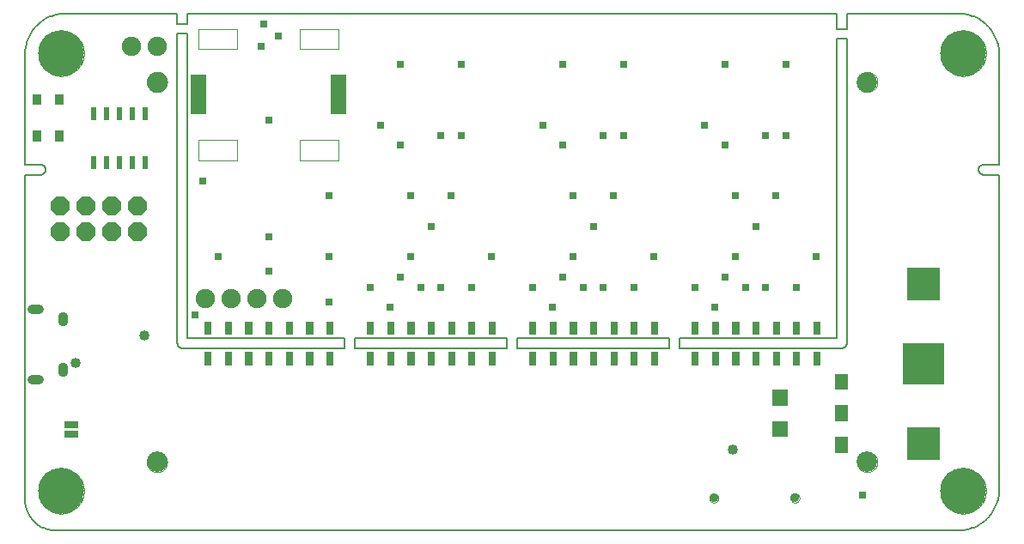
<source format=gbs>
G75*
%MOIN*%
%OFA0B0*%
%FSLAX24Y24*%
%IPPOS*%
%LPD*%
%AMOC8*
5,1,8,0,0,1.08239X$1,22.5*
%
%ADD10C,0.0050*%
%ADD11C,0.0000*%
%ADD12C,0.1780*%
%ADD13C,0.0795*%
%ADD14C,0.0286*%
%ADD15C,0.0362*%
%ADD16C,0.0358*%
%ADD17C,0.0016*%
%ADD18C,0.0013*%
%ADD19C,0.0014*%
%ADD20C,0.0018*%
%ADD21C,0.0017*%
%ADD22C,0.0015*%
%ADD23C,0.0748*%
%ADD24C,0.0039*%
%ADD25R,0.0630X0.1575*%
%ADD26OC8,0.0748*%
%ADD27C,0.0016*%
%ADD28C,0.0402*%
%ADD29R,0.0283X0.0283*%
D10*
X005787Y006405D02*
X005787Y019043D01*
X006417Y019043D01*
X006442Y019048D01*
X006466Y019056D01*
X006488Y019067D01*
X006509Y019082D01*
X006528Y019099D01*
X006544Y019119D01*
X006556Y019141D01*
X006566Y019164D01*
X006572Y019189D01*
X006575Y019214D01*
X006574Y019240D01*
X006574Y019239D02*
X006575Y019265D01*
X006572Y019290D01*
X006566Y019315D01*
X006556Y019338D01*
X006544Y019360D01*
X006528Y019380D01*
X006509Y019397D01*
X006488Y019412D01*
X006466Y019423D01*
X006442Y019431D01*
X006417Y019436D01*
X006417Y019437D02*
X005787Y019437D01*
X005787Y023728D01*
X005789Y023805D01*
X005795Y023882D01*
X005804Y023959D01*
X005817Y024035D01*
X005834Y024111D01*
X005855Y024185D01*
X005879Y024259D01*
X005907Y024331D01*
X005938Y024401D01*
X005973Y024470D01*
X006011Y024538D01*
X006052Y024603D01*
X006097Y024666D01*
X006145Y024727D01*
X006195Y024786D01*
X006248Y024842D01*
X006304Y024895D01*
X006363Y024945D01*
X006424Y024993D01*
X006487Y025038D01*
X006552Y025079D01*
X006620Y025117D01*
X006689Y025152D01*
X006759Y025183D01*
X006831Y025211D01*
X006905Y025235D01*
X006979Y025256D01*
X007055Y025273D01*
X007131Y025286D01*
X007208Y025295D01*
X007285Y025301D01*
X007362Y025303D01*
X011693Y025303D01*
X011693Y024909D01*
X012086Y024909D01*
X012086Y025303D01*
X037283Y025303D01*
X037283Y024712D01*
X037677Y024712D01*
X037677Y025303D01*
X042008Y025303D01*
X042085Y025301D01*
X042162Y025295D01*
X042239Y025286D01*
X042315Y025273D01*
X042391Y025256D01*
X042465Y025235D01*
X042539Y025211D01*
X042611Y025183D01*
X042681Y025152D01*
X042750Y025117D01*
X042818Y025079D01*
X042883Y025038D01*
X042946Y024993D01*
X043007Y024945D01*
X043066Y024895D01*
X043122Y024842D01*
X043175Y024786D01*
X043225Y024727D01*
X043273Y024666D01*
X043318Y024603D01*
X043359Y024538D01*
X043397Y024470D01*
X043432Y024401D01*
X043463Y024331D01*
X043491Y024259D01*
X043515Y024185D01*
X043536Y024111D01*
X043553Y024035D01*
X043566Y023959D01*
X043575Y023882D01*
X043581Y023805D01*
X043583Y023728D01*
X043582Y023728D02*
X043582Y019437D01*
X042952Y019437D01*
X042952Y019436D02*
X042927Y019431D01*
X042903Y019423D01*
X042881Y019412D01*
X042860Y019397D01*
X042841Y019380D01*
X042825Y019360D01*
X042813Y019338D01*
X042803Y019315D01*
X042797Y019290D01*
X042794Y019265D01*
X042795Y019239D01*
X042795Y019240D02*
X042794Y019214D01*
X042797Y019189D01*
X042803Y019164D01*
X042813Y019141D01*
X042825Y019119D01*
X042841Y019099D01*
X042860Y019082D01*
X042881Y019067D01*
X042903Y019056D01*
X042927Y019048D01*
X042952Y019043D01*
X043582Y019043D01*
X043582Y006799D01*
X043583Y006799D02*
X043581Y006722D01*
X043575Y006645D01*
X043566Y006568D01*
X043553Y006492D01*
X043536Y006416D01*
X043515Y006342D01*
X043491Y006268D01*
X043463Y006196D01*
X043432Y006126D01*
X043397Y006057D01*
X043359Y005989D01*
X043318Y005924D01*
X043273Y005861D01*
X043225Y005800D01*
X043175Y005741D01*
X043122Y005685D01*
X043066Y005632D01*
X043007Y005582D01*
X042946Y005534D01*
X042883Y005489D01*
X042818Y005448D01*
X042750Y005410D01*
X042681Y005375D01*
X042611Y005344D01*
X042539Y005316D01*
X042465Y005292D01*
X042391Y005271D01*
X042315Y005254D01*
X042239Y005241D01*
X042162Y005232D01*
X042085Y005226D01*
X042008Y005224D01*
X006968Y005224D01*
X006902Y005226D01*
X006836Y005231D01*
X006770Y005241D01*
X006705Y005254D01*
X006641Y005270D01*
X006578Y005290D01*
X006516Y005314D01*
X006456Y005341D01*
X006397Y005371D01*
X006340Y005405D01*
X006285Y005442D01*
X006232Y005482D01*
X006181Y005524D01*
X006133Y005570D01*
X006087Y005618D01*
X006045Y005669D01*
X006005Y005722D01*
X005968Y005777D01*
X005934Y005834D01*
X005904Y005893D01*
X005877Y005953D01*
X005853Y006015D01*
X005833Y006078D01*
X005817Y006142D01*
X005804Y006207D01*
X005794Y006273D01*
X005789Y006339D01*
X005787Y006405D01*
X011693Y012507D02*
X011693Y024515D01*
X012086Y024515D01*
X012086Y012704D01*
X018189Y012704D01*
X018189Y012311D01*
X011889Y012311D01*
X011889Y012310D02*
X011863Y012312D01*
X011838Y012317D01*
X011814Y012325D01*
X011791Y012336D01*
X011769Y012351D01*
X011750Y012368D01*
X011733Y012387D01*
X011718Y012409D01*
X011707Y012432D01*
X011699Y012456D01*
X011694Y012481D01*
X011692Y012507D01*
X018582Y012311D02*
X018582Y012704D01*
X024488Y012704D01*
X024488Y012311D01*
X018582Y012311D01*
X024882Y012311D02*
X024882Y012704D01*
X030787Y012704D01*
X030787Y012311D01*
X024882Y012311D01*
X031181Y012311D02*
X031181Y012704D01*
X037283Y012704D01*
X037283Y024319D01*
X037677Y024319D01*
X037677Y012507D01*
X037675Y012481D01*
X037670Y012456D01*
X037662Y012432D01*
X037651Y012409D01*
X037636Y012387D01*
X037619Y012368D01*
X037600Y012351D01*
X037579Y012336D01*
X037555Y012325D01*
X037531Y012317D01*
X037506Y012312D01*
X037480Y012310D01*
X037480Y012311D02*
X031181Y012311D01*
D11*
X032336Y006481D02*
X032338Y006507D01*
X032344Y006533D01*
X032353Y006557D01*
X032366Y006580D01*
X032383Y006600D01*
X032402Y006618D01*
X032424Y006633D01*
X032447Y006644D01*
X032472Y006652D01*
X032498Y006656D01*
X032524Y006656D01*
X032550Y006652D01*
X032575Y006644D01*
X032599Y006633D01*
X032620Y006618D01*
X032639Y006600D01*
X032656Y006580D01*
X032669Y006557D01*
X032678Y006533D01*
X032684Y006507D01*
X032686Y006481D01*
X032684Y006455D01*
X032678Y006429D01*
X032669Y006405D01*
X032656Y006382D01*
X032639Y006362D01*
X032620Y006344D01*
X032598Y006329D01*
X032575Y006318D01*
X032550Y006310D01*
X032524Y006306D01*
X032498Y006306D01*
X032472Y006310D01*
X032447Y006318D01*
X032423Y006329D01*
X032402Y006344D01*
X032383Y006362D01*
X032366Y006382D01*
X032353Y006405D01*
X032344Y006429D01*
X032338Y006455D01*
X032336Y006481D01*
X035486Y006481D02*
X035488Y006507D01*
X035494Y006533D01*
X035503Y006557D01*
X035516Y006580D01*
X035533Y006600D01*
X035552Y006618D01*
X035574Y006633D01*
X035597Y006644D01*
X035622Y006652D01*
X035648Y006656D01*
X035674Y006656D01*
X035700Y006652D01*
X035725Y006644D01*
X035749Y006633D01*
X035770Y006618D01*
X035789Y006600D01*
X035806Y006580D01*
X035819Y006557D01*
X035828Y006533D01*
X035834Y006507D01*
X035836Y006481D01*
X035834Y006455D01*
X035828Y006429D01*
X035819Y006405D01*
X035806Y006382D01*
X035789Y006362D01*
X035770Y006344D01*
X035748Y006329D01*
X035725Y006318D01*
X035700Y006310D01*
X035674Y006306D01*
X035648Y006306D01*
X035622Y006310D01*
X035597Y006318D01*
X035573Y006329D01*
X035552Y006344D01*
X035533Y006362D01*
X035516Y006382D01*
X035503Y006405D01*
X035494Y006429D01*
X035488Y006455D01*
X035486Y006481D01*
X038070Y007881D02*
X038072Y007920D01*
X038078Y007959D01*
X038088Y007997D01*
X038101Y008034D01*
X038118Y008069D01*
X038138Y008103D01*
X038162Y008134D01*
X038189Y008163D01*
X038218Y008189D01*
X038250Y008212D01*
X038284Y008232D01*
X038320Y008248D01*
X038357Y008260D01*
X038396Y008269D01*
X038435Y008274D01*
X038474Y008275D01*
X038513Y008272D01*
X038552Y008265D01*
X038589Y008254D01*
X038626Y008240D01*
X038661Y008222D01*
X038694Y008201D01*
X038725Y008176D01*
X038753Y008149D01*
X038778Y008119D01*
X038800Y008086D01*
X038819Y008052D01*
X038834Y008016D01*
X038846Y007978D01*
X038854Y007940D01*
X038858Y007901D01*
X038858Y007861D01*
X038854Y007822D01*
X038846Y007784D01*
X038834Y007746D01*
X038819Y007710D01*
X038800Y007676D01*
X038778Y007643D01*
X038753Y007613D01*
X038725Y007586D01*
X038694Y007561D01*
X038661Y007540D01*
X038626Y007522D01*
X038589Y007508D01*
X038552Y007497D01*
X038513Y007490D01*
X038474Y007487D01*
X038435Y007488D01*
X038396Y007493D01*
X038357Y007502D01*
X038320Y007514D01*
X038284Y007530D01*
X038250Y007550D01*
X038218Y007573D01*
X038189Y007599D01*
X038162Y007628D01*
X038138Y007659D01*
X038118Y007693D01*
X038101Y007728D01*
X038088Y007765D01*
X038078Y007803D01*
X038072Y007842D01*
X038070Y007881D01*
X041299Y006763D02*
X041301Y006822D01*
X041307Y006881D01*
X041317Y006939D01*
X041330Y006997D01*
X041348Y007054D01*
X041369Y007109D01*
X041394Y007163D01*
X041423Y007215D01*
X041455Y007264D01*
X041490Y007312D01*
X041528Y007357D01*
X041569Y007400D01*
X041613Y007440D01*
X041659Y007476D01*
X041708Y007510D01*
X041759Y007540D01*
X041812Y007567D01*
X041867Y007590D01*
X041922Y007609D01*
X041980Y007625D01*
X042038Y007637D01*
X042096Y007645D01*
X042155Y007649D01*
X042215Y007649D01*
X042274Y007645D01*
X042332Y007637D01*
X042390Y007625D01*
X042448Y007609D01*
X042503Y007590D01*
X042558Y007567D01*
X042611Y007540D01*
X042662Y007510D01*
X042711Y007476D01*
X042757Y007440D01*
X042801Y007400D01*
X042842Y007357D01*
X042880Y007312D01*
X042915Y007264D01*
X042947Y007215D01*
X042976Y007163D01*
X043001Y007109D01*
X043022Y007054D01*
X043040Y006997D01*
X043053Y006939D01*
X043063Y006881D01*
X043069Y006822D01*
X043071Y006763D01*
X043069Y006704D01*
X043063Y006645D01*
X043053Y006587D01*
X043040Y006529D01*
X043022Y006472D01*
X043001Y006417D01*
X042976Y006363D01*
X042947Y006311D01*
X042915Y006262D01*
X042880Y006214D01*
X042842Y006169D01*
X042801Y006126D01*
X042757Y006086D01*
X042711Y006050D01*
X042662Y006016D01*
X042611Y005986D01*
X042558Y005959D01*
X042503Y005936D01*
X042448Y005917D01*
X042390Y005901D01*
X042332Y005889D01*
X042274Y005881D01*
X042215Y005877D01*
X042155Y005877D01*
X042096Y005881D01*
X042038Y005889D01*
X041980Y005901D01*
X041922Y005917D01*
X041867Y005936D01*
X041812Y005959D01*
X041759Y005986D01*
X041708Y006016D01*
X041659Y006050D01*
X041613Y006086D01*
X041569Y006126D01*
X041528Y006169D01*
X041490Y006214D01*
X041455Y006262D01*
X041423Y006311D01*
X041394Y006363D01*
X041369Y006417D01*
X041348Y006472D01*
X041330Y006529D01*
X041317Y006587D01*
X041307Y006645D01*
X041301Y006704D01*
X041299Y006763D01*
X038070Y022645D02*
X038072Y022684D01*
X038078Y022723D01*
X038088Y022761D01*
X038101Y022798D01*
X038118Y022833D01*
X038138Y022867D01*
X038162Y022898D01*
X038189Y022927D01*
X038218Y022953D01*
X038250Y022976D01*
X038284Y022996D01*
X038320Y023012D01*
X038357Y023024D01*
X038396Y023033D01*
X038435Y023038D01*
X038474Y023039D01*
X038513Y023036D01*
X038552Y023029D01*
X038589Y023018D01*
X038626Y023004D01*
X038661Y022986D01*
X038694Y022965D01*
X038725Y022940D01*
X038753Y022913D01*
X038778Y022883D01*
X038800Y022850D01*
X038819Y022816D01*
X038834Y022780D01*
X038846Y022742D01*
X038854Y022704D01*
X038858Y022665D01*
X038858Y022625D01*
X038854Y022586D01*
X038846Y022548D01*
X038834Y022510D01*
X038819Y022474D01*
X038800Y022440D01*
X038778Y022407D01*
X038753Y022377D01*
X038725Y022350D01*
X038694Y022325D01*
X038661Y022304D01*
X038626Y022286D01*
X038589Y022272D01*
X038552Y022261D01*
X038513Y022254D01*
X038474Y022251D01*
X038435Y022252D01*
X038396Y022257D01*
X038357Y022266D01*
X038320Y022278D01*
X038284Y022294D01*
X038250Y022314D01*
X038218Y022337D01*
X038189Y022363D01*
X038162Y022392D01*
X038138Y022423D01*
X038118Y022457D01*
X038101Y022492D01*
X038088Y022529D01*
X038078Y022567D01*
X038072Y022606D01*
X038070Y022645D01*
X041299Y023763D02*
X041301Y023822D01*
X041307Y023881D01*
X041317Y023939D01*
X041330Y023997D01*
X041348Y024054D01*
X041369Y024109D01*
X041394Y024163D01*
X041423Y024215D01*
X041455Y024264D01*
X041490Y024312D01*
X041528Y024357D01*
X041569Y024400D01*
X041613Y024440D01*
X041659Y024476D01*
X041708Y024510D01*
X041759Y024540D01*
X041812Y024567D01*
X041867Y024590D01*
X041922Y024609D01*
X041980Y024625D01*
X042038Y024637D01*
X042096Y024645D01*
X042155Y024649D01*
X042215Y024649D01*
X042274Y024645D01*
X042332Y024637D01*
X042390Y024625D01*
X042448Y024609D01*
X042503Y024590D01*
X042558Y024567D01*
X042611Y024540D01*
X042662Y024510D01*
X042711Y024476D01*
X042757Y024440D01*
X042801Y024400D01*
X042842Y024357D01*
X042880Y024312D01*
X042915Y024264D01*
X042947Y024215D01*
X042976Y024163D01*
X043001Y024109D01*
X043022Y024054D01*
X043040Y023997D01*
X043053Y023939D01*
X043063Y023881D01*
X043069Y023822D01*
X043071Y023763D01*
X043069Y023704D01*
X043063Y023645D01*
X043053Y023587D01*
X043040Y023529D01*
X043022Y023472D01*
X043001Y023417D01*
X042976Y023363D01*
X042947Y023311D01*
X042915Y023262D01*
X042880Y023214D01*
X042842Y023169D01*
X042801Y023126D01*
X042757Y023086D01*
X042711Y023050D01*
X042662Y023016D01*
X042611Y022986D01*
X042558Y022959D01*
X042503Y022936D01*
X042448Y022917D01*
X042390Y022901D01*
X042332Y022889D01*
X042274Y022881D01*
X042215Y022877D01*
X042155Y022877D01*
X042096Y022881D01*
X042038Y022889D01*
X041980Y022901D01*
X041922Y022917D01*
X041867Y022936D01*
X041812Y022959D01*
X041759Y022986D01*
X041708Y023016D01*
X041659Y023050D01*
X041613Y023086D01*
X041569Y023126D01*
X041528Y023169D01*
X041490Y023214D01*
X041455Y023262D01*
X041423Y023311D01*
X041394Y023363D01*
X041369Y023417D01*
X041348Y023472D01*
X041330Y023529D01*
X041317Y023587D01*
X041307Y023645D01*
X041301Y023704D01*
X041299Y023763D01*
X010511Y022645D02*
X010513Y022684D01*
X010519Y022723D01*
X010529Y022761D01*
X010542Y022798D01*
X010559Y022833D01*
X010579Y022867D01*
X010603Y022898D01*
X010630Y022927D01*
X010659Y022953D01*
X010691Y022976D01*
X010725Y022996D01*
X010761Y023012D01*
X010798Y023024D01*
X010837Y023033D01*
X010876Y023038D01*
X010915Y023039D01*
X010954Y023036D01*
X010993Y023029D01*
X011030Y023018D01*
X011067Y023004D01*
X011102Y022986D01*
X011135Y022965D01*
X011166Y022940D01*
X011194Y022913D01*
X011219Y022883D01*
X011241Y022850D01*
X011260Y022816D01*
X011275Y022780D01*
X011287Y022742D01*
X011295Y022704D01*
X011299Y022665D01*
X011299Y022625D01*
X011295Y022586D01*
X011287Y022548D01*
X011275Y022510D01*
X011260Y022474D01*
X011241Y022440D01*
X011219Y022407D01*
X011194Y022377D01*
X011166Y022350D01*
X011135Y022325D01*
X011102Y022304D01*
X011067Y022286D01*
X011030Y022272D01*
X010993Y022261D01*
X010954Y022254D01*
X010915Y022251D01*
X010876Y022252D01*
X010837Y022257D01*
X010798Y022266D01*
X010761Y022278D01*
X010725Y022294D01*
X010691Y022314D01*
X010659Y022337D01*
X010630Y022363D01*
X010603Y022392D01*
X010579Y022423D01*
X010559Y022457D01*
X010542Y022492D01*
X010529Y022529D01*
X010519Y022567D01*
X010513Y022606D01*
X010511Y022645D01*
X006299Y023763D02*
X006301Y023822D01*
X006307Y023881D01*
X006317Y023939D01*
X006330Y023997D01*
X006348Y024054D01*
X006369Y024109D01*
X006394Y024163D01*
X006423Y024215D01*
X006455Y024264D01*
X006490Y024312D01*
X006528Y024357D01*
X006569Y024400D01*
X006613Y024440D01*
X006659Y024476D01*
X006708Y024510D01*
X006759Y024540D01*
X006812Y024567D01*
X006867Y024590D01*
X006922Y024609D01*
X006980Y024625D01*
X007038Y024637D01*
X007096Y024645D01*
X007155Y024649D01*
X007215Y024649D01*
X007274Y024645D01*
X007332Y024637D01*
X007390Y024625D01*
X007448Y024609D01*
X007503Y024590D01*
X007558Y024567D01*
X007611Y024540D01*
X007662Y024510D01*
X007711Y024476D01*
X007757Y024440D01*
X007801Y024400D01*
X007842Y024357D01*
X007880Y024312D01*
X007915Y024264D01*
X007947Y024215D01*
X007976Y024163D01*
X008001Y024109D01*
X008022Y024054D01*
X008040Y023997D01*
X008053Y023939D01*
X008063Y023881D01*
X008069Y023822D01*
X008071Y023763D01*
X008069Y023704D01*
X008063Y023645D01*
X008053Y023587D01*
X008040Y023529D01*
X008022Y023472D01*
X008001Y023417D01*
X007976Y023363D01*
X007947Y023311D01*
X007915Y023262D01*
X007880Y023214D01*
X007842Y023169D01*
X007801Y023126D01*
X007757Y023086D01*
X007711Y023050D01*
X007662Y023016D01*
X007611Y022986D01*
X007558Y022959D01*
X007503Y022936D01*
X007448Y022917D01*
X007390Y022901D01*
X007332Y022889D01*
X007274Y022881D01*
X007215Y022877D01*
X007155Y022877D01*
X007096Y022881D01*
X007038Y022889D01*
X006980Y022901D01*
X006922Y022917D01*
X006867Y022936D01*
X006812Y022959D01*
X006759Y022986D01*
X006708Y023016D01*
X006659Y023050D01*
X006613Y023086D01*
X006569Y023126D01*
X006528Y023169D01*
X006490Y023214D01*
X006455Y023262D01*
X006423Y023311D01*
X006394Y023363D01*
X006369Y023417D01*
X006348Y023472D01*
X006330Y023529D01*
X006317Y023587D01*
X006307Y023645D01*
X006301Y023704D01*
X006299Y023763D01*
X010511Y007881D02*
X010513Y007920D01*
X010519Y007959D01*
X010529Y007997D01*
X010542Y008034D01*
X010559Y008069D01*
X010579Y008103D01*
X010603Y008134D01*
X010630Y008163D01*
X010659Y008189D01*
X010691Y008212D01*
X010725Y008232D01*
X010761Y008248D01*
X010798Y008260D01*
X010837Y008269D01*
X010876Y008274D01*
X010915Y008275D01*
X010954Y008272D01*
X010993Y008265D01*
X011030Y008254D01*
X011067Y008240D01*
X011102Y008222D01*
X011135Y008201D01*
X011166Y008176D01*
X011194Y008149D01*
X011219Y008119D01*
X011241Y008086D01*
X011260Y008052D01*
X011275Y008016D01*
X011287Y007978D01*
X011295Y007940D01*
X011299Y007901D01*
X011299Y007861D01*
X011295Y007822D01*
X011287Y007784D01*
X011275Y007746D01*
X011260Y007710D01*
X011241Y007676D01*
X011219Y007643D01*
X011194Y007613D01*
X011166Y007586D01*
X011135Y007561D01*
X011102Y007540D01*
X011067Y007522D01*
X011030Y007508D01*
X010993Y007497D01*
X010954Y007490D01*
X010915Y007487D01*
X010876Y007488D01*
X010837Y007493D01*
X010798Y007502D01*
X010761Y007514D01*
X010725Y007530D01*
X010691Y007550D01*
X010659Y007573D01*
X010630Y007599D01*
X010603Y007628D01*
X010579Y007659D01*
X010559Y007693D01*
X010542Y007728D01*
X010529Y007765D01*
X010519Y007803D01*
X010513Y007842D01*
X010511Y007881D01*
X006299Y006763D02*
X006301Y006822D01*
X006307Y006881D01*
X006317Y006939D01*
X006330Y006997D01*
X006348Y007054D01*
X006369Y007109D01*
X006394Y007163D01*
X006423Y007215D01*
X006455Y007264D01*
X006490Y007312D01*
X006528Y007357D01*
X006569Y007400D01*
X006613Y007440D01*
X006659Y007476D01*
X006708Y007510D01*
X006759Y007540D01*
X006812Y007567D01*
X006867Y007590D01*
X006922Y007609D01*
X006980Y007625D01*
X007038Y007637D01*
X007096Y007645D01*
X007155Y007649D01*
X007215Y007649D01*
X007274Y007645D01*
X007332Y007637D01*
X007390Y007625D01*
X007448Y007609D01*
X007503Y007590D01*
X007558Y007567D01*
X007611Y007540D01*
X007662Y007510D01*
X007711Y007476D01*
X007757Y007440D01*
X007801Y007400D01*
X007842Y007357D01*
X007880Y007312D01*
X007915Y007264D01*
X007947Y007215D01*
X007976Y007163D01*
X008001Y007109D01*
X008022Y007054D01*
X008040Y006997D01*
X008053Y006939D01*
X008063Y006881D01*
X008069Y006822D01*
X008071Y006763D01*
X008069Y006704D01*
X008063Y006645D01*
X008053Y006587D01*
X008040Y006529D01*
X008022Y006472D01*
X008001Y006417D01*
X007976Y006363D01*
X007947Y006311D01*
X007915Y006262D01*
X007880Y006214D01*
X007842Y006169D01*
X007801Y006126D01*
X007757Y006086D01*
X007711Y006050D01*
X007662Y006016D01*
X007611Y005986D01*
X007558Y005959D01*
X007503Y005936D01*
X007448Y005917D01*
X007390Y005901D01*
X007332Y005889D01*
X007274Y005881D01*
X007215Y005877D01*
X007155Y005877D01*
X007096Y005881D01*
X007038Y005889D01*
X006980Y005901D01*
X006922Y005917D01*
X006867Y005936D01*
X006812Y005959D01*
X006759Y005986D01*
X006708Y006016D01*
X006659Y006050D01*
X006613Y006086D01*
X006569Y006126D01*
X006528Y006169D01*
X006490Y006214D01*
X006455Y006262D01*
X006423Y006311D01*
X006394Y006363D01*
X006369Y006417D01*
X006348Y006472D01*
X006330Y006529D01*
X006317Y006587D01*
X006307Y006645D01*
X006301Y006704D01*
X006299Y006763D01*
D12*
X007185Y006763D03*
X007185Y023763D03*
X042185Y023763D03*
X042185Y006763D03*
D13*
X038464Y007881D03*
X038464Y022645D03*
X010905Y022645D03*
X010905Y007881D03*
D14*
X007200Y011372D02*
X007200Y011586D01*
X007296Y011586D01*
X007296Y011372D01*
X007200Y011372D01*
X007200Y013341D02*
X007200Y013555D01*
X007296Y013555D01*
X007296Y013341D01*
X007200Y013341D01*
D15*
X006313Y013841D02*
X006057Y013841D01*
X006057Y011085D02*
X006313Y011085D01*
D16*
X032511Y006481D03*
X035661Y006481D03*
D17*
X041406Y010944D02*
X041406Y012496D01*
X041406Y010944D02*
X039854Y010944D01*
X039854Y012496D01*
X041406Y012496D01*
X041406Y010959D02*
X039854Y010959D01*
X039854Y010974D02*
X041406Y010974D01*
X041406Y010989D02*
X039854Y010989D01*
X039854Y011004D02*
X041406Y011004D01*
X041406Y011019D02*
X039854Y011019D01*
X039854Y011034D02*
X041406Y011034D01*
X041406Y011049D02*
X039854Y011049D01*
X039854Y011064D02*
X041406Y011064D01*
X041406Y011079D02*
X039854Y011079D01*
X039854Y011094D02*
X041406Y011094D01*
X041406Y011109D02*
X039854Y011109D01*
X039854Y011124D02*
X041406Y011124D01*
X041406Y011139D02*
X039854Y011139D01*
X039854Y011154D02*
X041406Y011154D01*
X041406Y011169D02*
X039854Y011169D01*
X039854Y011184D02*
X041406Y011184D01*
X041406Y011199D02*
X039854Y011199D01*
X039854Y011214D02*
X041406Y011214D01*
X041406Y011229D02*
X039854Y011229D01*
X039854Y011244D02*
X041406Y011244D01*
X041406Y011259D02*
X039854Y011259D01*
X039854Y011274D02*
X041406Y011274D01*
X041406Y011289D02*
X039854Y011289D01*
X039854Y011304D02*
X041406Y011304D01*
X041406Y011319D02*
X039854Y011319D01*
X039854Y011334D02*
X041406Y011334D01*
X041406Y011349D02*
X039854Y011349D01*
X039854Y011364D02*
X041406Y011364D01*
X041406Y011379D02*
X039854Y011379D01*
X039854Y011394D02*
X041406Y011394D01*
X041406Y011409D02*
X039854Y011409D01*
X039854Y011424D02*
X041406Y011424D01*
X041406Y011439D02*
X039854Y011439D01*
X039854Y011454D02*
X041406Y011454D01*
X041406Y011469D02*
X039854Y011469D01*
X039854Y011484D02*
X041406Y011484D01*
X041406Y011499D02*
X039854Y011499D01*
X039854Y011514D02*
X041406Y011514D01*
X041406Y011529D02*
X039854Y011529D01*
X039854Y011544D02*
X041406Y011544D01*
X041406Y011559D02*
X039854Y011559D01*
X039854Y011574D02*
X041406Y011574D01*
X041406Y011589D02*
X039854Y011589D01*
X039854Y011604D02*
X041406Y011604D01*
X041406Y011619D02*
X039854Y011619D01*
X039854Y011634D02*
X041406Y011634D01*
X041406Y011649D02*
X039854Y011649D01*
X039854Y011664D02*
X041406Y011664D01*
X041406Y011679D02*
X039854Y011679D01*
X039854Y011694D02*
X041406Y011694D01*
X041406Y011709D02*
X039854Y011709D01*
X039854Y011724D02*
X041406Y011724D01*
X041406Y011739D02*
X039854Y011739D01*
X039854Y011754D02*
X041406Y011754D01*
X041406Y011769D02*
X039854Y011769D01*
X039854Y011784D02*
X041406Y011784D01*
X041406Y011799D02*
X039854Y011799D01*
X039854Y011814D02*
X041406Y011814D01*
X041406Y011829D02*
X039854Y011829D01*
X039854Y011844D02*
X041406Y011844D01*
X041406Y011859D02*
X039854Y011859D01*
X039854Y011874D02*
X041406Y011874D01*
X041406Y011889D02*
X039854Y011889D01*
X039854Y011904D02*
X041406Y011904D01*
X041406Y011919D02*
X039854Y011919D01*
X039854Y011934D02*
X041406Y011934D01*
X041406Y011949D02*
X039854Y011949D01*
X039854Y011964D02*
X041406Y011964D01*
X041406Y011979D02*
X039854Y011979D01*
X039854Y011994D02*
X041406Y011994D01*
X041406Y012009D02*
X039854Y012009D01*
X039854Y012024D02*
X041406Y012024D01*
X041406Y012039D02*
X039854Y012039D01*
X039854Y012054D02*
X041406Y012054D01*
X041406Y012069D02*
X039854Y012069D01*
X039854Y012084D02*
X041406Y012084D01*
X041406Y012099D02*
X039854Y012099D01*
X039854Y012114D02*
X041406Y012114D01*
X041406Y012129D02*
X039854Y012129D01*
X039854Y012144D02*
X041406Y012144D01*
X041406Y012159D02*
X039854Y012159D01*
X039854Y012174D02*
X041406Y012174D01*
X041406Y012189D02*
X039854Y012189D01*
X039854Y012204D02*
X041406Y012204D01*
X041406Y012219D02*
X039854Y012219D01*
X039854Y012234D02*
X041406Y012234D01*
X041406Y012249D02*
X039854Y012249D01*
X039854Y012264D02*
X041406Y012264D01*
X041406Y012279D02*
X039854Y012279D01*
X039854Y012294D02*
X041406Y012294D01*
X041406Y012309D02*
X039854Y012309D01*
X039854Y012324D02*
X041406Y012324D01*
X041406Y012339D02*
X039854Y012339D01*
X039854Y012354D02*
X041406Y012354D01*
X041406Y012369D02*
X039854Y012369D01*
X039854Y012384D02*
X041406Y012384D01*
X041406Y012399D02*
X039854Y012399D01*
X039854Y012414D02*
X041406Y012414D01*
X041406Y012429D02*
X039854Y012429D01*
X039854Y012444D02*
X041406Y012444D01*
X041406Y012459D02*
X039854Y012459D01*
X039854Y012474D02*
X041406Y012474D01*
X041406Y012489D02*
X039854Y012489D01*
D18*
X041253Y014197D02*
X041253Y015443D01*
X041253Y014197D02*
X040007Y014197D01*
X040007Y015443D01*
X041253Y015443D01*
X041253Y014209D02*
X040007Y014209D01*
X040007Y014221D02*
X041253Y014221D01*
X041253Y014233D02*
X040007Y014233D01*
X040007Y014245D02*
X041253Y014245D01*
X041253Y014257D02*
X040007Y014257D01*
X040007Y014269D02*
X041253Y014269D01*
X041253Y014281D02*
X040007Y014281D01*
X040007Y014293D02*
X041253Y014293D01*
X041253Y014305D02*
X040007Y014305D01*
X040007Y014317D02*
X041253Y014317D01*
X041253Y014329D02*
X040007Y014329D01*
X040007Y014341D02*
X041253Y014341D01*
X041253Y014353D02*
X040007Y014353D01*
X040007Y014365D02*
X041253Y014365D01*
X041253Y014377D02*
X040007Y014377D01*
X040007Y014389D02*
X041253Y014389D01*
X041253Y014401D02*
X040007Y014401D01*
X040007Y014413D02*
X041253Y014413D01*
X041253Y014425D02*
X040007Y014425D01*
X040007Y014437D02*
X041253Y014437D01*
X041253Y014449D02*
X040007Y014449D01*
X040007Y014461D02*
X041253Y014461D01*
X041253Y014473D02*
X040007Y014473D01*
X040007Y014485D02*
X041253Y014485D01*
X041253Y014497D02*
X040007Y014497D01*
X040007Y014509D02*
X041253Y014509D01*
X041253Y014521D02*
X040007Y014521D01*
X040007Y014533D02*
X041253Y014533D01*
X041253Y014545D02*
X040007Y014545D01*
X040007Y014557D02*
X041253Y014557D01*
X041253Y014569D02*
X040007Y014569D01*
X040007Y014581D02*
X041253Y014581D01*
X041253Y014593D02*
X040007Y014593D01*
X040007Y014605D02*
X041253Y014605D01*
X041253Y014617D02*
X040007Y014617D01*
X040007Y014629D02*
X041253Y014629D01*
X041253Y014641D02*
X040007Y014641D01*
X040007Y014653D02*
X041253Y014653D01*
X041253Y014665D02*
X040007Y014665D01*
X040007Y014677D02*
X041253Y014677D01*
X041253Y014689D02*
X040007Y014689D01*
X040007Y014701D02*
X041253Y014701D01*
X041253Y014713D02*
X040007Y014713D01*
X040007Y014725D02*
X041253Y014725D01*
X041253Y014737D02*
X040007Y014737D01*
X040007Y014749D02*
X041253Y014749D01*
X041253Y014761D02*
X040007Y014761D01*
X040007Y014773D02*
X041253Y014773D01*
X041253Y014785D02*
X040007Y014785D01*
X040007Y014797D02*
X041253Y014797D01*
X041253Y014809D02*
X040007Y014809D01*
X040007Y014821D02*
X041253Y014821D01*
X041253Y014833D02*
X040007Y014833D01*
X040007Y014845D02*
X041253Y014845D01*
X041253Y014857D02*
X040007Y014857D01*
X040007Y014869D02*
X041253Y014869D01*
X041253Y014881D02*
X040007Y014881D01*
X040007Y014893D02*
X041253Y014893D01*
X041253Y014905D02*
X040007Y014905D01*
X040007Y014917D02*
X041253Y014917D01*
X041253Y014929D02*
X040007Y014929D01*
X040007Y014941D02*
X041253Y014941D01*
X041253Y014953D02*
X040007Y014953D01*
X040007Y014965D02*
X041253Y014965D01*
X041253Y014977D02*
X040007Y014977D01*
X040007Y014989D02*
X041253Y014989D01*
X041253Y015001D02*
X040007Y015001D01*
X040007Y015013D02*
X041253Y015013D01*
X041253Y015025D02*
X040007Y015025D01*
X040007Y015037D02*
X041253Y015037D01*
X041253Y015049D02*
X040007Y015049D01*
X040007Y015061D02*
X041253Y015061D01*
X041253Y015073D02*
X040007Y015073D01*
X040007Y015085D02*
X041253Y015085D01*
X041253Y015097D02*
X040007Y015097D01*
X040007Y015109D02*
X041253Y015109D01*
X041253Y015121D02*
X040007Y015121D01*
X040007Y015133D02*
X041253Y015133D01*
X041253Y015145D02*
X040007Y015145D01*
X040007Y015157D02*
X041253Y015157D01*
X041253Y015169D02*
X040007Y015169D01*
X040007Y015181D02*
X041253Y015181D01*
X041253Y015193D02*
X040007Y015193D01*
X040007Y015205D02*
X041253Y015205D01*
X041253Y015217D02*
X040007Y015217D01*
X040007Y015229D02*
X041253Y015229D01*
X041253Y015241D02*
X040007Y015241D01*
X040007Y015253D02*
X041253Y015253D01*
X041253Y015265D02*
X040007Y015265D01*
X040007Y015277D02*
X041253Y015277D01*
X041253Y015289D02*
X040007Y015289D01*
X040007Y015301D02*
X041253Y015301D01*
X041253Y015313D02*
X040007Y015313D01*
X040007Y015325D02*
X041253Y015325D01*
X041253Y015337D02*
X040007Y015337D01*
X040007Y015349D02*
X041253Y015349D01*
X041253Y015361D02*
X040007Y015361D01*
X040007Y015373D02*
X041253Y015373D01*
X041253Y015385D02*
X040007Y015385D01*
X040007Y015397D02*
X041253Y015397D01*
X041253Y015409D02*
X040007Y015409D01*
X040007Y015421D02*
X041253Y015421D01*
X041253Y015433D02*
X040007Y015433D01*
X041253Y009243D02*
X041253Y007997D01*
X040007Y007997D01*
X040007Y009243D01*
X041253Y009243D01*
X041253Y008009D02*
X040007Y008009D01*
X040007Y008021D02*
X041253Y008021D01*
X041253Y008033D02*
X040007Y008033D01*
X040007Y008045D02*
X041253Y008045D01*
X041253Y008057D02*
X040007Y008057D01*
X040007Y008069D02*
X041253Y008069D01*
X041253Y008081D02*
X040007Y008081D01*
X040007Y008093D02*
X041253Y008093D01*
X041253Y008105D02*
X040007Y008105D01*
X040007Y008117D02*
X041253Y008117D01*
X041253Y008129D02*
X040007Y008129D01*
X040007Y008141D02*
X041253Y008141D01*
X041253Y008153D02*
X040007Y008153D01*
X040007Y008165D02*
X041253Y008165D01*
X041253Y008177D02*
X040007Y008177D01*
X040007Y008189D02*
X041253Y008189D01*
X041253Y008201D02*
X040007Y008201D01*
X040007Y008213D02*
X041253Y008213D01*
X041253Y008225D02*
X040007Y008225D01*
X040007Y008237D02*
X041253Y008237D01*
X041253Y008249D02*
X040007Y008249D01*
X040007Y008261D02*
X041253Y008261D01*
X041253Y008273D02*
X040007Y008273D01*
X040007Y008285D02*
X041253Y008285D01*
X041253Y008297D02*
X040007Y008297D01*
X040007Y008309D02*
X041253Y008309D01*
X041253Y008321D02*
X040007Y008321D01*
X040007Y008333D02*
X041253Y008333D01*
X041253Y008345D02*
X040007Y008345D01*
X040007Y008357D02*
X041253Y008357D01*
X041253Y008369D02*
X040007Y008369D01*
X040007Y008381D02*
X041253Y008381D01*
X041253Y008393D02*
X040007Y008393D01*
X040007Y008405D02*
X041253Y008405D01*
X041253Y008417D02*
X040007Y008417D01*
X040007Y008429D02*
X041253Y008429D01*
X041253Y008441D02*
X040007Y008441D01*
X040007Y008453D02*
X041253Y008453D01*
X041253Y008465D02*
X040007Y008465D01*
X040007Y008477D02*
X041253Y008477D01*
X041253Y008489D02*
X040007Y008489D01*
X040007Y008501D02*
X041253Y008501D01*
X041253Y008513D02*
X040007Y008513D01*
X040007Y008525D02*
X041253Y008525D01*
X041253Y008537D02*
X040007Y008537D01*
X040007Y008549D02*
X041253Y008549D01*
X041253Y008561D02*
X040007Y008561D01*
X040007Y008573D02*
X041253Y008573D01*
X041253Y008585D02*
X040007Y008585D01*
X040007Y008597D02*
X041253Y008597D01*
X041253Y008609D02*
X040007Y008609D01*
X040007Y008621D02*
X041253Y008621D01*
X041253Y008633D02*
X040007Y008633D01*
X040007Y008645D02*
X041253Y008645D01*
X041253Y008657D02*
X040007Y008657D01*
X040007Y008669D02*
X041253Y008669D01*
X041253Y008681D02*
X040007Y008681D01*
X040007Y008693D02*
X041253Y008693D01*
X041253Y008705D02*
X040007Y008705D01*
X040007Y008717D02*
X041253Y008717D01*
X041253Y008729D02*
X040007Y008729D01*
X040007Y008741D02*
X041253Y008741D01*
X041253Y008753D02*
X040007Y008753D01*
X040007Y008765D02*
X041253Y008765D01*
X041253Y008777D02*
X040007Y008777D01*
X040007Y008789D02*
X041253Y008789D01*
X041253Y008801D02*
X040007Y008801D01*
X040007Y008813D02*
X041253Y008813D01*
X041253Y008825D02*
X040007Y008825D01*
X040007Y008837D02*
X041253Y008837D01*
X041253Y008849D02*
X040007Y008849D01*
X040007Y008861D02*
X041253Y008861D01*
X041253Y008873D02*
X040007Y008873D01*
X040007Y008885D02*
X041253Y008885D01*
X041253Y008897D02*
X040007Y008897D01*
X040007Y008909D02*
X041253Y008909D01*
X041253Y008921D02*
X040007Y008921D01*
X040007Y008933D02*
X041253Y008933D01*
X041253Y008945D02*
X040007Y008945D01*
X040007Y008957D02*
X041253Y008957D01*
X041253Y008969D02*
X040007Y008969D01*
X040007Y008981D02*
X041253Y008981D01*
X041253Y008993D02*
X040007Y008993D01*
X040007Y009005D02*
X041253Y009005D01*
X041253Y009017D02*
X040007Y009017D01*
X040007Y009029D02*
X041253Y009029D01*
X041253Y009041D02*
X040007Y009041D01*
X040007Y009053D02*
X041253Y009053D01*
X041253Y009065D02*
X040007Y009065D01*
X040007Y009077D02*
X041253Y009077D01*
X041253Y009089D02*
X040007Y009089D01*
X040007Y009101D02*
X041253Y009101D01*
X041253Y009113D02*
X040007Y009113D01*
X040007Y009125D02*
X041253Y009125D01*
X041253Y009137D02*
X040007Y009137D01*
X040007Y009149D02*
X041253Y009149D01*
X041253Y009161D02*
X040007Y009161D01*
X040007Y009173D02*
X041253Y009173D01*
X041253Y009185D02*
X040007Y009185D01*
X040007Y009197D02*
X041253Y009197D01*
X041253Y009209D02*
X040007Y009209D01*
X040007Y009221D02*
X041253Y009221D01*
X041253Y009233D02*
X040007Y009233D01*
D19*
X037697Y009499D02*
X037697Y010083D01*
X037697Y009499D02*
X037231Y009499D01*
X037231Y010083D01*
X037697Y010083D01*
X037697Y009512D02*
X037231Y009512D01*
X037231Y009525D02*
X037697Y009525D01*
X037697Y009538D02*
X037231Y009538D01*
X037231Y009551D02*
X037697Y009551D01*
X037697Y009564D02*
X037231Y009564D01*
X037231Y009577D02*
X037697Y009577D01*
X037697Y009590D02*
X037231Y009590D01*
X037231Y009603D02*
X037697Y009603D01*
X037697Y009616D02*
X037231Y009616D01*
X037231Y009629D02*
X037697Y009629D01*
X037697Y009642D02*
X037231Y009642D01*
X037231Y009655D02*
X037697Y009655D01*
X037697Y009668D02*
X037231Y009668D01*
X037231Y009681D02*
X037697Y009681D01*
X037697Y009694D02*
X037231Y009694D01*
X037231Y009707D02*
X037697Y009707D01*
X037697Y009720D02*
X037231Y009720D01*
X037231Y009733D02*
X037697Y009733D01*
X037697Y009746D02*
X037231Y009746D01*
X037231Y009759D02*
X037697Y009759D01*
X037697Y009772D02*
X037231Y009772D01*
X037231Y009785D02*
X037697Y009785D01*
X037697Y009798D02*
X037231Y009798D01*
X037231Y009811D02*
X037697Y009811D01*
X037697Y009824D02*
X037231Y009824D01*
X037231Y009837D02*
X037697Y009837D01*
X037697Y009850D02*
X037231Y009850D01*
X037231Y009863D02*
X037697Y009863D01*
X037697Y009876D02*
X037231Y009876D01*
X037231Y009889D02*
X037697Y009889D01*
X037697Y009902D02*
X037231Y009902D01*
X037231Y009915D02*
X037697Y009915D01*
X037697Y009928D02*
X037231Y009928D01*
X037231Y009941D02*
X037697Y009941D01*
X037697Y009954D02*
X037231Y009954D01*
X037231Y009967D02*
X037697Y009967D01*
X037697Y009980D02*
X037231Y009980D01*
X037231Y009993D02*
X037697Y009993D01*
X037697Y010006D02*
X037231Y010006D01*
X037231Y010019D02*
X037697Y010019D01*
X037697Y010032D02*
X037231Y010032D01*
X037231Y010045D02*
X037697Y010045D01*
X037697Y010058D02*
X037231Y010058D01*
X037231Y010071D02*
X037697Y010071D01*
X037697Y010719D02*
X037697Y011303D01*
X037697Y010719D02*
X037231Y010719D01*
X037231Y011303D01*
X037697Y011303D01*
X037697Y010732D02*
X037231Y010732D01*
X037231Y010745D02*
X037697Y010745D01*
X037697Y010758D02*
X037231Y010758D01*
X037231Y010771D02*
X037697Y010771D01*
X037697Y010784D02*
X037231Y010784D01*
X037231Y010797D02*
X037697Y010797D01*
X037697Y010810D02*
X037231Y010810D01*
X037231Y010823D02*
X037697Y010823D01*
X037697Y010836D02*
X037231Y010836D01*
X037231Y010849D02*
X037697Y010849D01*
X037697Y010862D02*
X037231Y010862D01*
X037231Y010875D02*
X037697Y010875D01*
X037697Y010888D02*
X037231Y010888D01*
X037231Y010901D02*
X037697Y010901D01*
X037697Y010914D02*
X037231Y010914D01*
X037231Y010927D02*
X037697Y010927D01*
X037697Y010940D02*
X037231Y010940D01*
X037231Y010953D02*
X037697Y010953D01*
X037697Y010966D02*
X037231Y010966D01*
X037231Y010979D02*
X037697Y010979D01*
X037697Y010992D02*
X037231Y010992D01*
X037231Y011005D02*
X037697Y011005D01*
X037697Y011018D02*
X037231Y011018D01*
X037231Y011031D02*
X037697Y011031D01*
X037697Y011044D02*
X037231Y011044D01*
X037231Y011057D02*
X037697Y011057D01*
X037697Y011070D02*
X037231Y011070D01*
X037231Y011083D02*
X037697Y011083D01*
X037697Y011096D02*
X037231Y011096D01*
X037231Y011109D02*
X037697Y011109D01*
X037697Y011122D02*
X037231Y011122D01*
X037231Y011135D02*
X037697Y011135D01*
X037697Y011148D02*
X037231Y011148D01*
X037231Y011161D02*
X037697Y011161D01*
X037697Y011174D02*
X037231Y011174D01*
X037231Y011187D02*
X037697Y011187D01*
X037697Y011200D02*
X037231Y011200D01*
X037231Y011213D02*
X037697Y011213D01*
X037697Y011226D02*
X037231Y011226D01*
X037231Y011239D02*
X037697Y011239D01*
X037697Y011252D02*
X037231Y011252D01*
X037231Y011265D02*
X037697Y011265D01*
X037697Y011278D02*
X037231Y011278D01*
X037231Y011291D02*
X037697Y011291D01*
X037697Y008862D02*
X037697Y008278D01*
X037231Y008278D01*
X037231Y008862D01*
X037697Y008862D01*
X037697Y008291D02*
X037231Y008291D01*
X037231Y008304D02*
X037697Y008304D01*
X037697Y008317D02*
X037231Y008317D01*
X037231Y008330D02*
X037697Y008330D01*
X037697Y008343D02*
X037231Y008343D01*
X037231Y008356D02*
X037697Y008356D01*
X037697Y008369D02*
X037231Y008369D01*
X037231Y008382D02*
X037697Y008382D01*
X037697Y008395D02*
X037231Y008395D01*
X037231Y008408D02*
X037697Y008408D01*
X037697Y008421D02*
X037231Y008421D01*
X037231Y008434D02*
X037697Y008434D01*
X037697Y008447D02*
X037231Y008447D01*
X037231Y008460D02*
X037697Y008460D01*
X037697Y008473D02*
X037231Y008473D01*
X037231Y008486D02*
X037697Y008486D01*
X037697Y008499D02*
X037231Y008499D01*
X037231Y008512D02*
X037697Y008512D01*
X037697Y008525D02*
X037231Y008525D01*
X037231Y008538D02*
X037697Y008538D01*
X037697Y008551D02*
X037231Y008551D01*
X037231Y008564D02*
X037697Y008564D01*
X037697Y008577D02*
X037231Y008577D01*
X037231Y008590D02*
X037697Y008590D01*
X037697Y008603D02*
X037231Y008603D01*
X037231Y008616D02*
X037697Y008616D01*
X037697Y008629D02*
X037231Y008629D01*
X037231Y008642D02*
X037697Y008642D01*
X037697Y008655D02*
X037231Y008655D01*
X037231Y008668D02*
X037697Y008668D01*
X037697Y008681D02*
X037231Y008681D01*
X037231Y008694D02*
X037697Y008694D01*
X037697Y008707D02*
X037231Y008707D01*
X037231Y008720D02*
X037697Y008720D01*
X037697Y008733D02*
X037231Y008733D01*
X037231Y008746D02*
X037697Y008746D01*
X037697Y008759D02*
X037231Y008759D01*
X037231Y008772D02*
X037697Y008772D01*
X037697Y008785D02*
X037231Y008785D01*
X037231Y008798D02*
X037697Y008798D01*
X037697Y008811D02*
X037231Y008811D01*
X037231Y008824D02*
X037697Y008824D01*
X037697Y008837D02*
X037231Y008837D01*
X037231Y008850D02*
X037697Y008850D01*
D20*
X035353Y008891D02*
X035353Y009471D01*
X035353Y008891D02*
X034773Y008891D01*
X034773Y009471D01*
X035353Y009471D01*
X035353Y008908D02*
X034773Y008908D01*
X034773Y008925D02*
X035353Y008925D01*
X035353Y008942D02*
X034773Y008942D01*
X034773Y008959D02*
X035353Y008959D01*
X035353Y008976D02*
X034773Y008976D01*
X034773Y008993D02*
X035353Y008993D01*
X035353Y009010D02*
X034773Y009010D01*
X034773Y009027D02*
X035353Y009027D01*
X035353Y009044D02*
X034773Y009044D01*
X034773Y009061D02*
X035353Y009061D01*
X035353Y009078D02*
X034773Y009078D01*
X034773Y009095D02*
X035353Y009095D01*
X035353Y009112D02*
X034773Y009112D01*
X034773Y009129D02*
X035353Y009129D01*
X035353Y009146D02*
X034773Y009146D01*
X034773Y009163D02*
X035353Y009163D01*
X035353Y009180D02*
X034773Y009180D01*
X034773Y009197D02*
X035353Y009197D01*
X035353Y009214D02*
X034773Y009214D01*
X034773Y009231D02*
X035353Y009231D01*
X035353Y009248D02*
X034773Y009248D01*
X034773Y009265D02*
X035353Y009265D01*
X035353Y009282D02*
X034773Y009282D01*
X034773Y009299D02*
X035353Y009299D01*
X035353Y009316D02*
X034773Y009316D01*
X034773Y009333D02*
X035353Y009333D01*
X035353Y009350D02*
X034773Y009350D01*
X034773Y009367D02*
X035353Y009367D01*
X035353Y009384D02*
X034773Y009384D01*
X034773Y009401D02*
X035353Y009401D01*
X035353Y009418D02*
X034773Y009418D01*
X034773Y009435D02*
X035353Y009435D01*
X035353Y009452D02*
X034773Y009452D01*
X034773Y009469D02*
X035353Y009469D01*
X035353Y010111D02*
X035353Y010691D01*
X035353Y010111D02*
X034773Y010111D01*
X034773Y010691D01*
X035353Y010691D01*
X035353Y010128D02*
X034773Y010128D01*
X034773Y010145D02*
X035353Y010145D01*
X035353Y010162D02*
X034773Y010162D01*
X034773Y010179D02*
X035353Y010179D01*
X035353Y010196D02*
X034773Y010196D01*
X034773Y010213D02*
X035353Y010213D01*
X035353Y010230D02*
X034773Y010230D01*
X034773Y010247D02*
X035353Y010247D01*
X035353Y010264D02*
X034773Y010264D01*
X034773Y010281D02*
X035353Y010281D01*
X035353Y010298D02*
X034773Y010298D01*
X034773Y010315D02*
X035353Y010315D01*
X035353Y010332D02*
X034773Y010332D01*
X034773Y010349D02*
X035353Y010349D01*
X035353Y010366D02*
X034773Y010366D01*
X034773Y010383D02*
X035353Y010383D01*
X035353Y010400D02*
X034773Y010400D01*
X034773Y010417D02*
X035353Y010417D01*
X035353Y010434D02*
X034773Y010434D01*
X034773Y010451D02*
X035353Y010451D01*
X035353Y010468D02*
X034773Y010468D01*
X034773Y010485D02*
X035353Y010485D01*
X035353Y010502D02*
X034773Y010502D01*
X034773Y010519D02*
X035353Y010519D01*
X035353Y010536D02*
X034773Y010536D01*
X034773Y010553D02*
X035353Y010553D01*
X035353Y010570D02*
X034773Y010570D01*
X034773Y010587D02*
X035353Y010587D01*
X035353Y010604D02*
X034773Y010604D01*
X034773Y010621D02*
X035353Y010621D01*
X035353Y010638D02*
X034773Y010638D01*
X034773Y010655D02*
X035353Y010655D01*
X035353Y010672D02*
X034773Y010672D01*
X034773Y010689D02*
X035353Y010689D01*
D21*
X010525Y019284D02*
X010333Y019284D01*
X010333Y019776D01*
X010525Y019776D01*
X010525Y019284D01*
X010525Y019300D02*
X010333Y019300D01*
X010333Y019316D02*
X010525Y019316D01*
X010525Y019332D02*
X010333Y019332D01*
X010333Y019348D02*
X010525Y019348D01*
X010525Y019364D02*
X010333Y019364D01*
X010333Y019380D02*
X010525Y019380D01*
X010525Y019396D02*
X010333Y019396D01*
X010333Y019412D02*
X010525Y019412D01*
X010525Y019428D02*
X010333Y019428D01*
X010333Y019444D02*
X010525Y019444D01*
X010525Y019460D02*
X010333Y019460D01*
X010333Y019476D02*
X010525Y019476D01*
X010525Y019492D02*
X010333Y019492D01*
X010333Y019508D02*
X010525Y019508D01*
X010525Y019524D02*
X010333Y019524D01*
X010333Y019540D02*
X010525Y019540D01*
X010525Y019556D02*
X010333Y019556D01*
X010333Y019572D02*
X010525Y019572D01*
X010525Y019588D02*
X010333Y019588D01*
X010333Y019604D02*
X010525Y019604D01*
X010525Y019620D02*
X010333Y019620D01*
X010333Y019636D02*
X010525Y019636D01*
X010525Y019652D02*
X010333Y019652D01*
X010333Y019668D02*
X010525Y019668D01*
X010525Y019684D02*
X010333Y019684D01*
X010333Y019700D02*
X010525Y019700D01*
X010525Y019716D02*
X010333Y019716D01*
X010333Y019732D02*
X010525Y019732D01*
X010525Y019748D02*
X010333Y019748D01*
X010333Y019764D02*
X010525Y019764D01*
X010025Y019284D02*
X009833Y019284D01*
X009833Y019776D01*
X010025Y019776D01*
X010025Y019284D01*
X010025Y019300D02*
X009833Y019300D01*
X009833Y019316D02*
X010025Y019316D01*
X010025Y019332D02*
X009833Y019332D01*
X009833Y019348D02*
X010025Y019348D01*
X010025Y019364D02*
X009833Y019364D01*
X009833Y019380D02*
X010025Y019380D01*
X010025Y019396D02*
X009833Y019396D01*
X009833Y019412D02*
X010025Y019412D01*
X010025Y019428D02*
X009833Y019428D01*
X009833Y019444D02*
X010025Y019444D01*
X010025Y019460D02*
X009833Y019460D01*
X009833Y019476D02*
X010025Y019476D01*
X010025Y019492D02*
X009833Y019492D01*
X009833Y019508D02*
X010025Y019508D01*
X010025Y019524D02*
X009833Y019524D01*
X009833Y019540D02*
X010025Y019540D01*
X010025Y019556D02*
X009833Y019556D01*
X009833Y019572D02*
X010025Y019572D01*
X010025Y019588D02*
X009833Y019588D01*
X009833Y019604D02*
X010025Y019604D01*
X010025Y019620D02*
X009833Y019620D01*
X009833Y019636D02*
X010025Y019636D01*
X010025Y019652D02*
X009833Y019652D01*
X009833Y019668D02*
X010025Y019668D01*
X010025Y019684D02*
X009833Y019684D01*
X009833Y019700D02*
X010025Y019700D01*
X010025Y019716D02*
X009833Y019716D01*
X009833Y019732D02*
X010025Y019732D01*
X010025Y019748D02*
X009833Y019748D01*
X009833Y019764D02*
X010025Y019764D01*
X009525Y019284D02*
X009333Y019284D01*
X009333Y019776D01*
X009525Y019776D01*
X009525Y019284D01*
X009525Y019300D02*
X009333Y019300D01*
X009333Y019316D02*
X009525Y019316D01*
X009525Y019332D02*
X009333Y019332D01*
X009333Y019348D02*
X009525Y019348D01*
X009525Y019364D02*
X009333Y019364D01*
X009333Y019380D02*
X009525Y019380D01*
X009525Y019396D02*
X009333Y019396D01*
X009333Y019412D02*
X009525Y019412D01*
X009525Y019428D02*
X009333Y019428D01*
X009333Y019444D02*
X009525Y019444D01*
X009525Y019460D02*
X009333Y019460D01*
X009333Y019476D02*
X009525Y019476D01*
X009525Y019492D02*
X009333Y019492D01*
X009333Y019508D02*
X009525Y019508D01*
X009525Y019524D02*
X009333Y019524D01*
X009333Y019540D02*
X009525Y019540D01*
X009525Y019556D02*
X009333Y019556D01*
X009333Y019572D02*
X009525Y019572D01*
X009525Y019588D02*
X009333Y019588D01*
X009333Y019604D02*
X009525Y019604D01*
X009525Y019620D02*
X009333Y019620D01*
X009333Y019636D02*
X009525Y019636D01*
X009525Y019652D02*
X009333Y019652D01*
X009333Y019668D02*
X009525Y019668D01*
X009525Y019684D02*
X009333Y019684D01*
X009333Y019700D02*
X009525Y019700D01*
X009525Y019716D02*
X009333Y019716D01*
X009333Y019732D02*
X009525Y019732D01*
X009525Y019748D02*
X009333Y019748D01*
X009333Y019764D02*
X009525Y019764D01*
X009025Y019284D02*
X008833Y019284D01*
X008833Y019776D01*
X009025Y019776D01*
X009025Y019284D01*
X009025Y019300D02*
X008833Y019300D01*
X008833Y019316D02*
X009025Y019316D01*
X009025Y019332D02*
X008833Y019332D01*
X008833Y019348D02*
X009025Y019348D01*
X009025Y019364D02*
X008833Y019364D01*
X008833Y019380D02*
X009025Y019380D01*
X009025Y019396D02*
X008833Y019396D01*
X008833Y019412D02*
X009025Y019412D01*
X009025Y019428D02*
X008833Y019428D01*
X008833Y019444D02*
X009025Y019444D01*
X009025Y019460D02*
X008833Y019460D01*
X008833Y019476D02*
X009025Y019476D01*
X009025Y019492D02*
X008833Y019492D01*
X008833Y019508D02*
X009025Y019508D01*
X009025Y019524D02*
X008833Y019524D01*
X008833Y019540D02*
X009025Y019540D01*
X009025Y019556D02*
X008833Y019556D01*
X008833Y019572D02*
X009025Y019572D01*
X009025Y019588D02*
X008833Y019588D01*
X008833Y019604D02*
X009025Y019604D01*
X009025Y019620D02*
X008833Y019620D01*
X008833Y019636D02*
X009025Y019636D01*
X009025Y019652D02*
X008833Y019652D01*
X008833Y019668D02*
X009025Y019668D01*
X009025Y019684D02*
X008833Y019684D01*
X008833Y019700D02*
X009025Y019700D01*
X009025Y019716D02*
X008833Y019716D01*
X008833Y019732D02*
X009025Y019732D01*
X009025Y019748D02*
X008833Y019748D01*
X008833Y019764D02*
X009025Y019764D01*
X008525Y019284D02*
X008333Y019284D01*
X008333Y019776D01*
X008525Y019776D01*
X008525Y019284D01*
X008525Y019300D02*
X008333Y019300D01*
X008333Y019316D02*
X008525Y019316D01*
X008525Y019332D02*
X008333Y019332D01*
X008333Y019348D02*
X008525Y019348D01*
X008525Y019364D02*
X008333Y019364D01*
X008333Y019380D02*
X008525Y019380D01*
X008525Y019396D02*
X008333Y019396D01*
X008333Y019412D02*
X008525Y019412D01*
X008525Y019428D02*
X008333Y019428D01*
X008333Y019444D02*
X008525Y019444D01*
X008525Y019460D02*
X008333Y019460D01*
X008333Y019476D02*
X008525Y019476D01*
X008525Y019492D02*
X008333Y019492D01*
X008333Y019508D02*
X008525Y019508D01*
X008525Y019524D02*
X008333Y019524D01*
X008333Y019540D02*
X008525Y019540D01*
X008525Y019556D02*
X008333Y019556D01*
X008333Y019572D02*
X008525Y019572D01*
X008525Y019588D02*
X008333Y019588D01*
X008333Y019604D02*
X008525Y019604D01*
X008525Y019620D02*
X008333Y019620D01*
X008333Y019636D02*
X008525Y019636D01*
X008525Y019652D02*
X008333Y019652D01*
X008333Y019668D02*
X008525Y019668D01*
X008525Y019684D02*
X008333Y019684D01*
X008333Y019700D02*
X008525Y019700D01*
X008525Y019716D02*
X008333Y019716D01*
X008333Y019732D02*
X008525Y019732D01*
X008525Y019748D02*
X008333Y019748D01*
X008333Y019764D02*
X008525Y019764D01*
X008525Y021184D02*
X008333Y021184D01*
X008333Y021676D01*
X008525Y021676D01*
X008525Y021184D01*
X008525Y021200D02*
X008333Y021200D01*
X008333Y021216D02*
X008525Y021216D01*
X008525Y021232D02*
X008333Y021232D01*
X008333Y021248D02*
X008525Y021248D01*
X008525Y021264D02*
X008333Y021264D01*
X008333Y021280D02*
X008525Y021280D01*
X008525Y021296D02*
X008333Y021296D01*
X008333Y021312D02*
X008525Y021312D01*
X008525Y021328D02*
X008333Y021328D01*
X008333Y021344D02*
X008525Y021344D01*
X008525Y021360D02*
X008333Y021360D01*
X008333Y021376D02*
X008525Y021376D01*
X008525Y021392D02*
X008333Y021392D01*
X008333Y021408D02*
X008525Y021408D01*
X008525Y021424D02*
X008333Y021424D01*
X008333Y021440D02*
X008525Y021440D01*
X008525Y021456D02*
X008333Y021456D01*
X008333Y021472D02*
X008525Y021472D01*
X008525Y021488D02*
X008333Y021488D01*
X008333Y021504D02*
X008525Y021504D01*
X008525Y021520D02*
X008333Y021520D01*
X008333Y021536D02*
X008525Y021536D01*
X008525Y021552D02*
X008333Y021552D01*
X008333Y021568D02*
X008525Y021568D01*
X008525Y021584D02*
X008333Y021584D01*
X008333Y021600D02*
X008525Y021600D01*
X008525Y021616D02*
X008333Y021616D01*
X008333Y021632D02*
X008525Y021632D01*
X008525Y021648D02*
X008333Y021648D01*
X008333Y021664D02*
X008525Y021664D01*
X008833Y021184D02*
X009025Y021184D01*
X008833Y021184D02*
X008833Y021676D01*
X009025Y021676D01*
X009025Y021184D01*
X009025Y021200D02*
X008833Y021200D01*
X008833Y021216D02*
X009025Y021216D01*
X009025Y021232D02*
X008833Y021232D01*
X008833Y021248D02*
X009025Y021248D01*
X009025Y021264D02*
X008833Y021264D01*
X008833Y021280D02*
X009025Y021280D01*
X009025Y021296D02*
X008833Y021296D01*
X008833Y021312D02*
X009025Y021312D01*
X009025Y021328D02*
X008833Y021328D01*
X008833Y021344D02*
X009025Y021344D01*
X009025Y021360D02*
X008833Y021360D01*
X008833Y021376D02*
X009025Y021376D01*
X009025Y021392D02*
X008833Y021392D01*
X008833Y021408D02*
X009025Y021408D01*
X009025Y021424D02*
X008833Y021424D01*
X008833Y021440D02*
X009025Y021440D01*
X009025Y021456D02*
X008833Y021456D01*
X008833Y021472D02*
X009025Y021472D01*
X009025Y021488D02*
X008833Y021488D01*
X008833Y021504D02*
X009025Y021504D01*
X009025Y021520D02*
X008833Y021520D01*
X008833Y021536D02*
X009025Y021536D01*
X009025Y021552D02*
X008833Y021552D01*
X008833Y021568D02*
X009025Y021568D01*
X009025Y021584D02*
X008833Y021584D01*
X008833Y021600D02*
X009025Y021600D01*
X009025Y021616D02*
X008833Y021616D01*
X008833Y021632D02*
X009025Y021632D01*
X009025Y021648D02*
X008833Y021648D01*
X008833Y021664D02*
X009025Y021664D01*
X009333Y021184D02*
X009525Y021184D01*
X009333Y021184D02*
X009333Y021676D01*
X009525Y021676D01*
X009525Y021184D01*
X009525Y021200D02*
X009333Y021200D01*
X009333Y021216D02*
X009525Y021216D01*
X009525Y021232D02*
X009333Y021232D01*
X009333Y021248D02*
X009525Y021248D01*
X009525Y021264D02*
X009333Y021264D01*
X009333Y021280D02*
X009525Y021280D01*
X009525Y021296D02*
X009333Y021296D01*
X009333Y021312D02*
X009525Y021312D01*
X009525Y021328D02*
X009333Y021328D01*
X009333Y021344D02*
X009525Y021344D01*
X009525Y021360D02*
X009333Y021360D01*
X009333Y021376D02*
X009525Y021376D01*
X009525Y021392D02*
X009333Y021392D01*
X009333Y021408D02*
X009525Y021408D01*
X009525Y021424D02*
X009333Y021424D01*
X009333Y021440D02*
X009525Y021440D01*
X009525Y021456D02*
X009333Y021456D01*
X009333Y021472D02*
X009525Y021472D01*
X009525Y021488D02*
X009333Y021488D01*
X009333Y021504D02*
X009525Y021504D01*
X009525Y021520D02*
X009333Y021520D01*
X009333Y021536D02*
X009525Y021536D01*
X009525Y021552D02*
X009333Y021552D01*
X009333Y021568D02*
X009525Y021568D01*
X009525Y021584D02*
X009333Y021584D01*
X009333Y021600D02*
X009525Y021600D01*
X009525Y021616D02*
X009333Y021616D01*
X009333Y021632D02*
X009525Y021632D01*
X009525Y021648D02*
X009333Y021648D01*
X009333Y021664D02*
X009525Y021664D01*
X009833Y021184D02*
X010025Y021184D01*
X009833Y021184D02*
X009833Y021676D01*
X010025Y021676D01*
X010025Y021184D01*
X010025Y021200D02*
X009833Y021200D01*
X009833Y021216D02*
X010025Y021216D01*
X010025Y021232D02*
X009833Y021232D01*
X009833Y021248D02*
X010025Y021248D01*
X010025Y021264D02*
X009833Y021264D01*
X009833Y021280D02*
X010025Y021280D01*
X010025Y021296D02*
X009833Y021296D01*
X009833Y021312D02*
X010025Y021312D01*
X010025Y021328D02*
X009833Y021328D01*
X009833Y021344D02*
X010025Y021344D01*
X010025Y021360D02*
X009833Y021360D01*
X009833Y021376D02*
X010025Y021376D01*
X010025Y021392D02*
X009833Y021392D01*
X009833Y021408D02*
X010025Y021408D01*
X010025Y021424D02*
X009833Y021424D01*
X009833Y021440D02*
X010025Y021440D01*
X010025Y021456D02*
X009833Y021456D01*
X009833Y021472D02*
X010025Y021472D01*
X010025Y021488D02*
X009833Y021488D01*
X009833Y021504D02*
X010025Y021504D01*
X010025Y021520D02*
X009833Y021520D01*
X009833Y021536D02*
X010025Y021536D01*
X010025Y021552D02*
X009833Y021552D01*
X009833Y021568D02*
X010025Y021568D01*
X010025Y021584D02*
X009833Y021584D01*
X009833Y021600D02*
X010025Y021600D01*
X010025Y021616D02*
X009833Y021616D01*
X009833Y021632D02*
X010025Y021632D01*
X010025Y021648D02*
X009833Y021648D01*
X009833Y021664D02*
X010025Y021664D01*
X010333Y021184D02*
X010525Y021184D01*
X010333Y021184D02*
X010333Y021676D01*
X010525Y021676D01*
X010525Y021184D01*
X010525Y021200D02*
X010333Y021200D01*
X010333Y021216D02*
X010525Y021216D01*
X010525Y021232D02*
X010333Y021232D01*
X010333Y021248D02*
X010525Y021248D01*
X010525Y021264D02*
X010333Y021264D01*
X010333Y021280D02*
X010525Y021280D01*
X010525Y021296D02*
X010333Y021296D01*
X010333Y021312D02*
X010525Y021312D01*
X010525Y021328D02*
X010333Y021328D01*
X010333Y021344D02*
X010525Y021344D01*
X010525Y021360D02*
X010333Y021360D01*
X010333Y021376D02*
X010525Y021376D01*
X010525Y021392D02*
X010333Y021392D01*
X010333Y021408D02*
X010525Y021408D01*
X010525Y021424D02*
X010333Y021424D01*
X010333Y021440D02*
X010525Y021440D01*
X010525Y021456D02*
X010333Y021456D01*
X010333Y021472D02*
X010525Y021472D01*
X010525Y021488D02*
X010333Y021488D01*
X010333Y021504D02*
X010525Y021504D01*
X010525Y021520D02*
X010333Y021520D01*
X010333Y021536D02*
X010525Y021536D01*
X010525Y021552D02*
X010333Y021552D01*
X010333Y021568D02*
X010525Y021568D01*
X010525Y021584D02*
X010333Y021584D01*
X010333Y021600D02*
X010525Y021600D01*
X010525Y021616D02*
X010333Y021616D01*
X010333Y021632D02*
X010525Y021632D01*
X010525Y021648D02*
X010333Y021648D01*
X010333Y021664D02*
X010525Y021664D01*
D22*
X012752Y013345D02*
X012752Y012851D01*
X012752Y013345D02*
X012996Y013345D01*
X012996Y012851D01*
X012752Y012851D01*
X012752Y012865D02*
X012996Y012865D01*
X012996Y012879D02*
X012752Y012879D01*
X012752Y012893D02*
X012996Y012893D01*
X012996Y012907D02*
X012752Y012907D01*
X012752Y012921D02*
X012996Y012921D01*
X012996Y012935D02*
X012752Y012935D01*
X012752Y012949D02*
X012996Y012949D01*
X012996Y012963D02*
X012752Y012963D01*
X012752Y012977D02*
X012996Y012977D01*
X012996Y012991D02*
X012752Y012991D01*
X012752Y013005D02*
X012996Y013005D01*
X012996Y013019D02*
X012752Y013019D01*
X012752Y013033D02*
X012996Y013033D01*
X012996Y013047D02*
X012752Y013047D01*
X012752Y013061D02*
X012996Y013061D01*
X012996Y013075D02*
X012752Y013075D01*
X012752Y013089D02*
X012996Y013089D01*
X012996Y013103D02*
X012752Y013103D01*
X012752Y013117D02*
X012996Y013117D01*
X012996Y013131D02*
X012752Y013131D01*
X012752Y013145D02*
X012996Y013145D01*
X012996Y013159D02*
X012752Y013159D01*
X012752Y013173D02*
X012996Y013173D01*
X012996Y013187D02*
X012752Y013187D01*
X012752Y013201D02*
X012996Y013201D01*
X012996Y013215D02*
X012752Y013215D01*
X012752Y013229D02*
X012996Y013229D01*
X012996Y013243D02*
X012752Y013243D01*
X012752Y013257D02*
X012996Y013257D01*
X012996Y013271D02*
X012752Y013271D01*
X012752Y013285D02*
X012996Y013285D01*
X012996Y013299D02*
X012752Y013299D01*
X012752Y013313D02*
X012996Y013313D01*
X012996Y013327D02*
X012752Y013327D01*
X012752Y013341D02*
X012996Y013341D01*
X013539Y013345D02*
X013539Y012851D01*
X013539Y013345D02*
X013783Y013345D01*
X013783Y012851D01*
X013539Y012851D01*
X013539Y012865D02*
X013783Y012865D01*
X013783Y012879D02*
X013539Y012879D01*
X013539Y012893D02*
X013783Y012893D01*
X013783Y012907D02*
X013539Y012907D01*
X013539Y012921D02*
X013783Y012921D01*
X013783Y012935D02*
X013539Y012935D01*
X013539Y012949D02*
X013783Y012949D01*
X013783Y012963D02*
X013539Y012963D01*
X013539Y012977D02*
X013783Y012977D01*
X013783Y012991D02*
X013539Y012991D01*
X013539Y013005D02*
X013783Y013005D01*
X013783Y013019D02*
X013539Y013019D01*
X013539Y013033D02*
X013783Y013033D01*
X013783Y013047D02*
X013539Y013047D01*
X013539Y013061D02*
X013783Y013061D01*
X013783Y013075D02*
X013539Y013075D01*
X013539Y013089D02*
X013783Y013089D01*
X013783Y013103D02*
X013539Y013103D01*
X013539Y013117D02*
X013783Y013117D01*
X013783Y013131D02*
X013539Y013131D01*
X013539Y013145D02*
X013783Y013145D01*
X013783Y013159D02*
X013539Y013159D01*
X013539Y013173D02*
X013783Y013173D01*
X013783Y013187D02*
X013539Y013187D01*
X013539Y013201D02*
X013783Y013201D01*
X013783Y013215D02*
X013539Y013215D01*
X013539Y013229D02*
X013783Y013229D01*
X013783Y013243D02*
X013539Y013243D01*
X013539Y013257D02*
X013783Y013257D01*
X013783Y013271D02*
X013539Y013271D01*
X013539Y013285D02*
X013783Y013285D01*
X013783Y013299D02*
X013539Y013299D01*
X013539Y013313D02*
X013783Y013313D01*
X013783Y013327D02*
X013539Y013327D01*
X013539Y013341D02*
X013783Y013341D01*
X014326Y013345D02*
X014326Y012851D01*
X014326Y013345D02*
X014570Y013345D01*
X014570Y012851D01*
X014326Y012851D01*
X014326Y012865D02*
X014570Y012865D01*
X014570Y012879D02*
X014326Y012879D01*
X014326Y012893D02*
X014570Y012893D01*
X014570Y012907D02*
X014326Y012907D01*
X014326Y012921D02*
X014570Y012921D01*
X014570Y012935D02*
X014326Y012935D01*
X014326Y012949D02*
X014570Y012949D01*
X014570Y012963D02*
X014326Y012963D01*
X014326Y012977D02*
X014570Y012977D01*
X014570Y012991D02*
X014326Y012991D01*
X014326Y013005D02*
X014570Y013005D01*
X014570Y013019D02*
X014326Y013019D01*
X014326Y013033D02*
X014570Y013033D01*
X014570Y013047D02*
X014326Y013047D01*
X014326Y013061D02*
X014570Y013061D01*
X014570Y013075D02*
X014326Y013075D01*
X014326Y013089D02*
X014570Y013089D01*
X014570Y013103D02*
X014326Y013103D01*
X014326Y013117D02*
X014570Y013117D01*
X014570Y013131D02*
X014326Y013131D01*
X014326Y013145D02*
X014570Y013145D01*
X014570Y013159D02*
X014326Y013159D01*
X014326Y013173D02*
X014570Y013173D01*
X014570Y013187D02*
X014326Y013187D01*
X014326Y013201D02*
X014570Y013201D01*
X014570Y013215D02*
X014326Y013215D01*
X014326Y013229D02*
X014570Y013229D01*
X014570Y013243D02*
X014326Y013243D01*
X014326Y013257D02*
X014570Y013257D01*
X014570Y013271D02*
X014326Y013271D01*
X014326Y013285D02*
X014570Y013285D01*
X014570Y013299D02*
X014326Y013299D01*
X014326Y013313D02*
X014570Y013313D01*
X014570Y013327D02*
X014326Y013327D01*
X014326Y013341D02*
X014570Y013341D01*
X015114Y013345D02*
X015114Y012851D01*
X015114Y013345D02*
X015358Y013345D01*
X015358Y012851D01*
X015114Y012851D01*
X015114Y012865D02*
X015358Y012865D01*
X015358Y012879D02*
X015114Y012879D01*
X015114Y012893D02*
X015358Y012893D01*
X015358Y012907D02*
X015114Y012907D01*
X015114Y012921D02*
X015358Y012921D01*
X015358Y012935D02*
X015114Y012935D01*
X015114Y012949D02*
X015358Y012949D01*
X015358Y012963D02*
X015114Y012963D01*
X015114Y012977D02*
X015358Y012977D01*
X015358Y012991D02*
X015114Y012991D01*
X015114Y013005D02*
X015358Y013005D01*
X015358Y013019D02*
X015114Y013019D01*
X015114Y013033D02*
X015358Y013033D01*
X015358Y013047D02*
X015114Y013047D01*
X015114Y013061D02*
X015358Y013061D01*
X015358Y013075D02*
X015114Y013075D01*
X015114Y013089D02*
X015358Y013089D01*
X015358Y013103D02*
X015114Y013103D01*
X015114Y013117D02*
X015358Y013117D01*
X015358Y013131D02*
X015114Y013131D01*
X015114Y013145D02*
X015358Y013145D01*
X015358Y013159D02*
X015114Y013159D01*
X015114Y013173D02*
X015358Y013173D01*
X015358Y013187D02*
X015114Y013187D01*
X015114Y013201D02*
X015358Y013201D01*
X015358Y013215D02*
X015114Y013215D01*
X015114Y013229D02*
X015358Y013229D01*
X015358Y013243D02*
X015114Y013243D01*
X015114Y013257D02*
X015358Y013257D01*
X015358Y013271D02*
X015114Y013271D01*
X015114Y013285D02*
X015358Y013285D01*
X015358Y013299D02*
X015114Y013299D01*
X015114Y013313D02*
X015358Y013313D01*
X015358Y013327D02*
X015114Y013327D01*
X015114Y013341D02*
X015358Y013341D01*
X015901Y013345D02*
X015901Y012851D01*
X015901Y013345D02*
X016145Y013345D01*
X016145Y012851D01*
X015901Y012851D01*
X015901Y012865D02*
X016145Y012865D01*
X016145Y012879D02*
X015901Y012879D01*
X015901Y012893D02*
X016145Y012893D01*
X016145Y012907D02*
X015901Y012907D01*
X015901Y012921D02*
X016145Y012921D01*
X016145Y012935D02*
X015901Y012935D01*
X015901Y012949D02*
X016145Y012949D01*
X016145Y012963D02*
X015901Y012963D01*
X015901Y012977D02*
X016145Y012977D01*
X016145Y012991D02*
X015901Y012991D01*
X015901Y013005D02*
X016145Y013005D01*
X016145Y013019D02*
X015901Y013019D01*
X015901Y013033D02*
X016145Y013033D01*
X016145Y013047D02*
X015901Y013047D01*
X015901Y013061D02*
X016145Y013061D01*
X016145Y013075D02*
X015901Y013075D01*
X015901Y013089D02*
X016145Y013089D01*
X016145Y013103D02*
X015901Y013103D01*
X015901Y013117D02*
X016145Y013117D01*
X016145Y013131D02*
X015901Y013131D01*
X015901Y013145D02*
X016145Y013145D01*
X016145Y013159D02*
X015901Y013159D01*
X015901Y013173D02*
X016145Y013173D01*
X016145Y013187D02*
X015901Y013187D01*
X015901Y013201D02*
X016145Y013201D01*
X016145Y013215D02*
X015901Y013215D01*
X015901Y013229D02*
X016145Y013229D01*
X016145Y013243D02*
X015901Y013243D01*
X015901Y013257D02*
X016145Y013257D01*
X016145Y013271D02*
X015901Y013271D01*
X015901Y013285D02*
X016145Y013285D01*
X016145Y013299D02*
X015901Y013299D01*
X015901Y013313D02*
X016145Y013313D01*
X016145Y013327D02*
X015901Y013327D01*
X015901Y013341D02*
X016145Y013341D01*
X016689Y013345D02*
X016689Y012851D01*
X016689Y013345D02*
X016933Y013345D01*
X016933Y012851D01*
X016689Y012851D01*
X016689Y012865D02*
X016933Y012865D01*
X016933Y012879D02*
X016689Y012879D01*
X016689Y012893D02*
X016933Y012893D01*
X016933Y012907D02*
X016689Y012907D01*
X016689Y012921D02*
X016933Y012921D01*
X016933Y012935D02*
X016689Y012935D01*
X016689Y012949D02*
X016933Y012949D01*
X016933Y012963D02*
X016689Y012963D01*
X016689Y012977D02*
X016933Y012977D01*
X016933Y012991D02*
X016689Y012991D01*
X016689Y013005D02*
X016933Y013005D01*
X016933Y013019D02*
X016689Y013019D01*
X016689Y013033D02*
X016933Y013033D01*
X016933Y013047D02*
X016689Y013047D01*
X016689Y013061D02*
X016933Y013061D01*
X016933Y013075D02*
X016689Y013075D01*
X016689Y013089D02*
X016933Y013089D01*
X016933Y013103D02*
X016689Y013103D01*
X016689Y013117D02*
X016933Y013117D01*
X016933Y013131D02*
X016689Y013131D01*
X016689Y013145D02*
X016933Y013145D01*
X016933Y013159D02*
X016689Y013159D01*
X016689Y013173D02*
X016933Y013173D01*
X016933Y013187D02*
X016689Y013187D01*
X016689Y013201D02*
X016933Y013201D01*
X016933Y013215D02*
X016689Y013215D01*
X016689Y013229D02*
X016933Y013229D01*
X016933Y013243D02*
X016689Y013243D01*
X016689Y013257D02*
X016933Y013257D01*
X016933Y013271D02*
X016689Y013271D01*
X016689Y013285D02*
X016933Y013285D01*
X016933Y013299D02*
X016689Y013299D01*
X016689Y013313D02*
X016933Y013313D01*
X016933Y013327D02*
X016689Y013327D01*
X016689Y013341D02*
X016933Y013341D01*
X017476Y013345D02*
X017476Y012851D01*
X017476Y013345D02*
X017720Y013345D01*
X017720Y012851D01*
X017476Y012851D01*
X017476Y012865D02*
X017720Y012865D01*
X017720Y012879D02*
X017476Y012879D01*
X017476Y012893D02*
X017720Y012893D01*
X017720Y012907D02*
X017476Y012907D01*
X017476Y012921D02*
X017720Y012921D01*
X017720Y012935D02*
X017476Y012935D01*
X017476Y012949D02*
X017720Y012949D01*
X017720Y012963D02*
X017476Y012963D01*
X017476Y012977D02*
X017720Y012977D01*
X017720Y012991D02*
X017476Y012991D01*
X017476Y013005D02*
X017720Y013005D01*
X017720Y013019D02*
X017476Y013019D01*
X017476Y013033D02*
X017720Y013033D01*
X017720Y013047D02*
X017476Y013047D01*
X017476Y013061D02*
X017720Y013061D01*
X017720Y013075D02*
X017476Y013075D01*
X017476Y013089D02*
X017720Y013089D01*
X017720Y013103D02*
X017476Y013103D01*
X017476Y013117D02*
X017720Y013117D01*
X017720Y013131D02*
X017476Y013131D01*
X017476Y013145D02*
X017720Y013145D01*
X017720Y013159D02*
X017476Y013159D01*
X017476Y013173D02*
X017720Y013173D01*
X017720Y013187D02*
X017476Y013187D01*
X017476Y013201D02*
X017720Y013201D01*
X017720Y013215D02*
X017476Y013215D01*
X017476Y013229D02*
X017720Y013229D01*
X017720Y013243D02*
X017476Y013243D01*
X017476Y013257D02*
X017720Y013257D01*
X017720Y013271D02*
X017476Y013271D01*
X017476Y013285D02*
X017720Y013285D01*
X017720Y013299D02*
X017476Y013299D01*
X017476Y013313D02*
X017720Y013313D01*
X017720Y013327D02*
X017476Y013327D01*
X017476Y013341D02*
X017720Y013341D01*
X017720Y012164D02*
X017720Y011670D01*
X017476Y011670D01*
X017476Y012164D01*
X017720Y012164D01*
X017720Y011684D02*
X017476Y011684D01*
X017476Y011698D02*
X017720Y011698D01*
X017720Y011712D02*
X017476Y011712D01*
X017476Y011726D02*
X017720Y011726D01*
X017720Y011740D02*
X017476Y011740D01*
X017476Y011754D02*
X017720Y011754D01*
X017720Y011768D02*
X017476Y011768D01*
X017476Y011782D02*
X017720Y011782D01*
X017720Y011796D02*
X017476Y011796D01*
X017476Y011810D02*
X017720Y011810D01*
X017720Y011824D02*
X017476Y011824D01*
X017476Y011838D02*
X017720Y011838D01*
X017720Y011852D02*
X017476Y011852D01*
X017476Y011866D02*
X017720Y011866D01*
X017720Y011880D02*
X017476Y011880D01*
X017476Y011894D02*
X017720Y011894D01*
X017720Y011908D02*
X017476Y011908D01*
X017476Y011922D02*
X017720Y011922D01*
X017720Y011936D02*
X017476Y011936D01*
X017476Y011950D02*
X017720Y011950D01*
X017720Y011964D02*
X017476Y011964D01*
X017476Y011978D02*
X017720Y011978D01*
X017720Y011992D02*
X017476Y011992D01*
X017476Y012006D02*
X017720Y012006D01*
X017720Y012020D02*
X017476Y012020D01*
X017476Y012034D02*
X017720Y012034D01*
X017720Y012048D02*
X017476Y012048D01*
X017476Y012062D02*
X017720Y012062D01*
X017720Y012076D02*
X017476Y012076D01*
X017476Y012090D02*
X017720Y012090D01*
X017720Y012104D02*
X017476Y012104D01*
X017476Y012118D02*
X017720Y012118D01*
X017720Y012132D02*
X017476Y012132D01*
X017476Y012146D02*
X017720Y012146D01*
X017720Y012160D02*
X017476Y012160D01*
X016933Y012164D02*
X016933Y011670D01*
X016689Y011670D01*
X016689Y012164D01*
X016933Y012164D01*
X016933Y011684D02*
X016689Y011684D01*
X016689Y011698D02*
X016933Y011698D01*
X016933Y011712D02*
X016689Y011712D01*
X016689Y011726D02*
X016933Y011726D01*
X016933Y011740D02*
X016689Y011740D01*
X016689Y011754D02*
X016933Y011754D01*
X016933Y011768D02*
X016689Y011768D01*
X016689Y011782D02*
X016933Y011782D01*
X016933Y011796D02*
X016689Y011796D01*
X016689Y011810D02*
X016933Y011810D01*
X016933Y011824D02*
X016689Y011824D01*
X016689Y011838D02*
X016933Y011838D01*
X016933Y011852D02*
X016689Y011852D01*
X016689Y011866D02*
X016933Y011866D01*
X016933Y011880D02*
X016689Y011880D01*
X016689Y011894D02*
X016933Y011894D01*
X016933Y011908D02*
X016689Y011908D01*
X016689Y011922D02*
X016933Y011922D01*
X016933Y011936D02*
X016689Y011936D01*
X016689Y011950D02*
X016933Y011950D01*
X016933Y011964D02*
X016689Y011964D01*
X016689Y011978D02*
X016933Y011978D01*
X016933Y011992D02*
X016689Y011992D01*
X016689Y012006D02*
X016933Y012006D01*
X016933Y012020D02*
X016689Y012020D01*
X016689Y012034D02*
X016933Y012034D01*
X016933Y012048D02*
X016689Y012048D01*
X016689Y012062D02*
X016933Y012062D01*
X016933Y012076D02*
X016689Y012076D01*
X016689Y012090D02*
X016933Y012090D01*
X016933Y012104D02*
X016689Y012104D01*
X016689Y012118D02*
X016933Y012118D01*
X016933Y012132D02*
X016689Y012132D01*
X016689Y012146D02*
X016933Y012146D01*
X016933Y012160D02*
X016689Y012160D01*
X016145Y012164D02*
X016145Y011670D01*
X015901Y011670D01*
X015901Y012164D01*
X016145Y012164D01*
X016145Y011684D02*
X015901Y011684D01*
X015901Y011698D02*
X016145Y011698D01*
X016145Y011712D02*
X015901Y011712D01*
X015901Y011726D02*
X016145Y011726D01*
X016145Y011740D02*
X015901Y011740D01*
X015901Y011754D02*
X016145Y011754D01*
X016145Y011768D02*
X015901Y011768D01*
X015901Y011782D02*
X016145Y011782D01*
X016145Y011796D02*
X015901Y011796D01*
X015901Y011810D02*
X016145Y011810D01*
X016145Y011824D02*
X015901Y011824D01*
X015901Y011838D02*
X016145Y011838D01*
X016145Y011852D02*
X015901Y011852D01*
X015901Y011866D02*
X016145Y011866D01*
X016145Y011880D02*
X015901Y011880D01*
X015901Y011894D02*
X016145Y011894D01*
X016145Y011908D02*
X015901Y011908D01*
X015901Y011922D02*
X016145Y011922D01*
X016145Y011936D02*
X015901Y011936D01*
X015901Y011950D02*
X016145Y011950D01*
X016145Y011964D02*
X015901Y011964D01*
X015901Y011978D02*
X016145Y011978D01*
X016145Y011992D02*
X015901Y011992D01*
X015901Y012006D02*
X016145Y012006D01*
X016145Y012020D02*
X015901Y012020D01*
X015901Y012034D02*
X016145Y012034D01*
X016145Y012048D02*
X015901Y012048D01*
X015901Y012062D02*
X016145Y012062D01*
X016145Y012076D02*
X015901Y012076D01*
X015901Y012090D02*
X016145Y012090D01*
X016145Y012104D02*
X015901Y012104D01*
X015901Y012118D02*
X016145Y012118D01*
X016145Y012132D02*
X015901Y012132D01*
X015901Y012146D02*
X016145Y012146D01*
X016145Y012160D02*
X015901Y012160D01*
X015358Y012164D02*
X015358Y011670D01*
X015114Y011670D01*
X015114Y012164D01*
X015358Y012164D01*
X015358Y011684D02*
X015114Y011684D01*
X015114Y011698D02*
X015358Y011698D01*
X015358Y011712D02*
X015114Y011712D01*
X015114Y011726D02*
X015358Y011726D01*
X015358Y011740D02*
X015114Y011740D01*
X015114Y011754D02*
X015358Y011754D01*
X015358Y011768D02*
X015114Y011768D01*
X015114Y011782D02*
X015358Y011782D01*
X015358Y011796D02*
X015114Y011796D01*
X015114Y011810D02*
X015358Y011810D01*
X015358Y011824D02*
X015114Y011824D01*
X015114Y011838D02*
X015358Y011838D01*
X015358Y011852D02*
X015114Y011852D01*
X015114Y011866D02*
X015358Y011866D01*
X015358Y011880D02*
X015114Y011880D01*
X015114Y011894D02*
X015358Y011894D01*
X015358Y011908D02*
X015114Y011908D01*
X015114Y011922D02*
X015358Y011922D01*
X015358Y011936D02*
X015114Y011936D01*
X015114Y011950D02*
X015358Y011950D01*
X015358Y011964D02*
X015114Y011964D01*
X015114Y011978D02*
X015358Y011978D01*
X015358Y011992D02*
X015114Y011992D01*
X015114Y012006D02*
X015358Y012006D01*
X015358Y012020D02*
X015114Y012020D01*
X015114Y012034D02*
X015358Y012034D01*
X015358Y012048D02*
X015114Y012048D01*
X015114Y012062D02*
X015358Y012062D01*
X015358Y012076D02*
X015114Y012076D01*
X015114Y012090D02*
X015358Y012090D01*
X015358Y012104D02*
X015114Y012104D01*
X015114Y012118D02*
X015358Y012118D01*
X015358Y012132D02*
X015114Y012132D01*
X015114Y012146D02*
X015358Y012146D01*
X015358Y012160D02*
X015114Y012160D01*
X014570Y012164D02*
X014570Y011670D01*
X014326Y011670D01*
X014326Y012164D01*
X014570Y012164D01*
X014570Y011684D02*
X014326Y011684D01*
X014326Y011698D02*
X014570Y011698D01*
X014570Y011712D02*
X014326Y011712D01*
X014326Y011726D02*
X014570Y011726D01*
X014570Y011740D02*
X014326Y011740D01*
X014326Y011754D02*
X014570Y011754D01*
X014570Y011768D02*
X014326Y011768D01*
X014326Y011782D02*
X014570Y011782D01*
X014570Y011796D02*
X014326Y011796D01*
X014326Y011810D02*
X014570Y011810D01*
X014570Y011824D02*
X014326Y011824D01*
X014326Y011838D02*
X014570Y011838D01*
X014570Y011852D02*
X014326Y011852D01*
X014326Y011866D02*
X014570Y011866D01*
X014570Y011880D02*
X014326Y011880D01*
X014326Y011894D02*
X014570Y011894D01*
X014570Y011908D02*
X014326Y011908D01*
X014326Y011922D02*
X014570Y011922D01*
X014570Y011936D02*
X014326Y011936D01*
X014326Y011950D02*
X014570Y011950D01*
X014570Y011964D02*
X014326Y011964D01*
X014326Y011978D02*
X014570Y011978D01*
X014570Y011992D02*
X014326Y011992D01*
X014326Y012006D02*
X014570Y012006D01*
X014570Y012020D02*
X014326Y012020D01*
X014326Y012034D02*
X014570Y012034D01*
X014570Y012048D02*
X014326Y012048D01*
X014326Y012062D02*
X014570Y012062D01*
X014570Y012076D02*
X014326Y012076D01*
X014326Y012090D02*
X014570Y012090D01*
X014570Y012104D02*
X014326Y012104D01*
X014326Y012118D02*
X014570Y012118D01*
X014570Y012132D02*
X014326Y012132D01*
X014326Y012146D02*
X014570Y012146D01*
X014570Y012160D02*
X014326Y012160D01*
X013783Y012164D02*
X013783Y011670D01*
X013539Y011670D01*
X013539Y012164D01*
X013783Y012164D01*
X013783Y011684D02*
X013539Y011684D01*
X013539Y011698D02*
X013783Y011698D01*
X013783Y011712D02*
X013539Y011712D01*
X013539Y011726D02*
X013783Y011726D01*
X013783Y011740D02*
X013539Y011740D01*
X013539Y011754D02*
X013783Y011754D01*
X013783Y011768D02*
X013539Y011768D01*
X013539Y011782D02*
X013783Y011782D01*
X013783Y011796D02*
X013539Y011796D01*
X013539Y011810D02*
X013783Y011810D01*
X013783Y011824D02*
X013539Y011824D01*
X013539Y011838D02*
X013783Y011838D01*
X013783Y011852D02*
X013539Y011852D01*
X013539Y011866D02*
X013783Y011866D01*
X013783Y011880D02*
X013539Y011880D01*
X013539Y011894D02*
X013783Y011894D01*
X013783Y011908D02*
X013539Y011908D01*
X013539Y011922D02*
X013783Y011922D01*
X013783Y011936D02*
X013539Y011936D01*
X013539Y011950D02*
X013783Y011950D01*
X013783Y011964D02*
X013539Y011964D01*
X013539Y011978D02*
X013783Y011978D01*
X013783Y011992D02*
X013539Y011992D01*
X013539Y012006D02*
X013783Y012006D01*
X013783Y012020D02*
X013539Y012020D01*
X013539Y012034D02*
X013783Y012034D01*
X013783Y012048D02*
X013539Y012048D01*
X013539Y012062D02*
X013783Y012062D01*
X013783Y012076D02*
X013539Y012076D01*
X013539Y012090D02*
X013783Y012090D01*
X013783Y012104D02*
X013539Y012104D01*
X013539Y012118D02*
X013783Y012118D01*
X013783Y012132D02*
X013539Y012132D01*
X013539Y012146D02*
X013783Y012146D01*
X013783Y012160D02*
X013539Y012160D01*
X012996Y012164D02*
X012996Y011670D01*
X012752Y011670D01*
X012752Y012164D01*
X012996Y012164D01*
X012996Y011684D02*
X012752Y011684D01*
X012752Y011698D02*
X012996Y011698D01*
X012996Y011712D02*
X012752Y011712D01*
X012752Y011726D02*
X012996Y011726D01*
X012996Y011740D02*
X012752Y011740D01*
X012752Y011754D02*
X012996Y011754D01*
X012996Y011768D02*
X012752Y011768D01*
X012752Y011782D02*
X012996Y011782D01*
X012996Y011796D02*
X012752Y011796D01*
X012752Y011810D02*
X012996Y011810D01*
X012996Y011824D02*
X012752Y011824D01*
X012752Y011838D02*
X012996Y011838D01*
X012996Y011852D02*
X012752Y011852D01*
X012752Y011866D02*
X012996Y011866D01*
X012996Y011880D02*
X012752Y011880D01*
X012752Y011894D02*
X012996Y011894D01*
X012996Y011908D02*
X012752Y011908D01*
X012752Y011922D02*
X012996Y011922D01*
X012996Y011936D02*
X012752Y011936D01*
X012752Y011950D02*
X012996Y011950D01*
X012996Y011964D02*
X012752Y011964D01*
X012752Y011978D02*
X012996Y011978D01*
X012996Y011992D02*
X012752Y011992D01*
X012752Y012006D02*
X012996Y012006D01*
X012996Y012020D02*
X012752Y012020D01*
X012752Y012034D02*
X012996Y012034D01*
X012996Y012048D02*
X012752Y012048D01*
X012752Y012062D02*
X012996Y012062D01*
X012996Y012076D02*
X012752Y012076D01*
X012752Y012090D02*
X012996Y012090D01*
X012996Y012104D02*
X012752Y012104D01*
X012752Y012118D02*
X012996Y012118D01*
X012996Y012132D02*
X012752Y012132D01*
X012752Y012146D02*
X012996Y012146D01*
X012996Y012160D02*
X012752Y012160D01*
X007312Y009460D02*
X007312Y009216D01*
X007312Y009460D02*
X007806Y009460D01*
X007806Y009216D01*
X007312Y009216D01*
X007312Y009230D02*
X007806Y009230D01*
X007806Y009244D02*
X007312Y009244D01*
X007312Y009258D02*
X007806Y009258D01*
X007806Y009272D02*
X007312Y009272D01*
X007312Y009286D02*
X007806Y009286D01*
X007806Y009300D02*
X007312Y009300D01*
X007312Y009314D02*
X007806Y009314D01*
X007806Y009328D02*
X007312Y009328D01*
X007312Y009342D02*
X007806Y009342D01*
X007806Y009356D02*
X007312Y009356D01*
X007312Y009370D02*
X007806Y009370D01*
X007806Y009384D02*
X007312Y009384D01*
X007312Y009398D02*
X007806Y009398D01*
X007806Y009412D02*
X007312Y009412D01*
X007312Y009426D02*
X007806Y009426D01*
X007806Y009440D02*
X007312Y009440D01*
X007312Y009454D02*
X007806Y009454D01*
X007312Y009106D02*
X007312Y008862D01*
X007312Y009106D02*
X007806Y009106D01*
X007806Y008862D01*
X007312Y008862D01*
X007312Y008876D02*
X007806Y008876D01*
X007806Y008890D02*
X007312Y008890D01*
X007312Y008904D02*
X007806Y008904D01*
X007806Y008918D02*
X007312Y008918D01*
X007312Y008932D02*
X007806Y008932D01*
X007806Y008946D02*
X007312Y008946D01*
X007312Y008960D02*
X007806Y008960D01*
X007806Y008974D02*
X007312Y008974D01*
X007312Y008988D02*
X007806Y008988D01*
X007806Y009002D02*
X007312Y009002D01*
X007312Y009016D02*
X007806Y009016D01*
X007806Y009030D02*
X007312Y009030D01*
X007312Y009044D02*
X007806Y009044D01*
X007806Y009058D02*
X007312Y009058D01*
X007312Y009072D02*
X007806Y009072D01*
X007806Y009086D02*
X007312Y009086D01*
X007312Y009100D02*
X007806Y009100D01*
X019295Y011670D02*
X019295Y012164D01*
X019295Y011670D02*
X019051Y011670D01*
X019051Y012164D01*
X019295Y012164D01*
X019295Y011684D02*
X019051Y011684D01*
X019051Y011698D02*
X019295Y011698D01*
X019295Y011712D02*
X019051Y011712D01*
X019051Y011726D02*
X019295Y011726D01*
X019295Y011740D02*
X019051Y011740D01*
X019051Y011754D02*
X019295Y011754D01*
X019295Y011768D02*
X019051Y011768D01*
X019051Y011782D02*
X019295Y011782D01*
X019295Y011796D02*
X019051Y011796D01*
X019051Y011810D02*
X019295Y011810D01*
X019295Y011824D02*
X019051Y011824D01*
X019051Y011838D02*
X019295Y011838D01*
X019295Y011852D02*
X019051Y011852D01*
X019051Y011866D02*
X019295Y011866D01*
X019295Y011880D02*
X019051Y011880D01*
X019051Y011894D02*
X019295Y011894D01*
X019295Y011908D02*
X019051Y011908D01*
X019051Y011922D02*
X019295Y011922D01*
X019295Y011936D02*
X019051Y011936D01*
X019051Y011950D02*
X019295Y011950D01*
X019295Y011964D02*
X019051Y011964D01*
X019051Y011978D02*
X019295Y011978D01*
X019295Y011992D02*
X019051Y011992D01*
X019051Y012006D02*
X019295Y012006D01*
X019295Y012020D02*
X019051Y012020D01*
X019051Y012034D02*
X019295Y012034D01*
X019295Y012048D02*
X019051Y012048D01*
X019051Y012062D02*
X019295Y012062D01*
X019295Y012076D02*
X019051Y012076D01*
X019051Y012090D02*
X019295Y012090D01*
X019295Y012104D02*
X019051Y012104D01*
X019051Y012118D02*
X019295Y012118D01*
X019295Y012132D02*
X019051Y012132D01*
X019051Y012146D02*
X019295Y012146D01*
X019295Y012160D02*
X019051Y012160D01*
X020082Y012164D02*
X020082Y011670D01*
X019838Y011670D01*
X019838Y012164D01*
X020082Y012164D01*
X020082Y011684D02*
X019838Y011684D01*
X019838Y011698D02*
X020082Y011698D01*
X020082Y011712D02*
X019838Y011712D01*
X019838Y011726D02*
X020082Y011726D01*
X020082Y011740D02*
X019838Y011740D01*
X019838Y011754D02*
X020082Y011754D01*
X020082Y011768D02*
X019838Y011768D01*
X019838Y011782D02*
X020082Y011782D01*
X020082Y011796D02*
X019838Y011796D01*
X019838Y011810D02*
X020082Y011810D01*
X020082Y011824D02*
X019838Y011824D01*
X019838Y011838D02*
X020082Y011838D01*
X020082Y011852D02*
X019838Y011852D01*
X019838Y011866D02*
X020082Y011866D01*
X020082Y011880D02*
X019838Y011880D01*
X019838Y011894D02*
X020082Y011894D01*
X020082Y011908D02*
X019838Y011908D01*
X019838Y011922D02*
X020082Y011922D01*
X020082Y011936D02*
X019838Y011936D01*
X019838Y011950D02*
X020082Y011950D01*
X020082Y011964D02*
X019838Y011964D01*
X019838Y011978D02*
X020082Y011978D01*
X020082Y011992D02*
X019838Y011992D01*
X019838Y012006D02*
X020082Y012006D01*
X020082Y012020D02*
X019838Y012020D01*
X019838Y012034D02*
X020082Y012034D01*
X020082Y012048D02*
X019838Y012048D01*
X019838Y012062D02*
X020082Y012062D01*
X020082Y012076D02*
X019838Y012076D01*
X019838Y012090D02*
X020082Y012090D01*
X020082Y012104D02*
X019838Y012104D01*
X019838Y012118D02*
X020082Y012118D01*
X020082Y012132D02*
X019838Y012132D01*
X019838Y012146D02*
X020082Y012146D01*
X020082Y012160D02*
X019838Y012160D01*
X020870Y012164D02*
X020870Y011670D01*
X020626Y011670D01*
X020626Y012164D01*
X020870Y012164D01*
X020870Y011684D02*
X020626Y011684D01*
X020626Y011698D02*
X020870Y011698D01*
X020870Y011712D02*
X020626Y011712D01*
X020626Y011726D02*
X020870Y011726D01*
X020870Y011740D02*
X020626Y011740D01*
X020626Y011754D02*
X020870Y011754D01*
X020870Y011768D02*
X020626Y011768D01*
X020626Y011782D02*
X020870Y011782D01*
X020870Y011796D02*
X020626Y011796D01*
X020626Y011810D02*
X020870Y011810D01*
X020870Y011824D02*
X020626Y011824D01*
X020626Y011838D02*
X020870Y011838D01*
X020870Y011852D02*
X020626Y011852D01*
X020626Y011866D02*
X020870Y011866D01*
X020870Y011880D02*
X020626Y011880D01*
X020626Y011894D02*
X020870Y011894D01*
X020870Y011908D02*
X020626Y011908D01*
X020626Y011922D02*
X020870Y011922D01*
X020870Y011936D02*
X020626Y011936D01*
X020626Y011950D02*
X020870Y011950D01*
X020870Y011964D02*
X020626Y011964D01*
X020626Y011978D02*
X020870Y011978D01*
X020870Y011992D02*
X020626Y011992D01*
X020626Y012006D02*
X020870Y012006D01*
X020870Y012020D02*
X020626Y012020D01*
X020626Y012034D02*
X020870Y012034D01*
X020870Y012048D02*
X020626Y012048D01*
X020626Y012062D02*
X020870Y012062D01*
X020870Y012076D02*
X020626Y012076D01*
X020626Y012090D02*
X020870Y012090D01*
X020870Y012104D02*
X020626Y012104D01*
X020626Y012118D02*
X020870Y012118D01*
X020870Y012132D02*
X020626Y012132D01*
X020626Y012146D02*
X020870Y012146D01*
X020870Y012160D02*
X020626Y012160D01*
X021657Y012164D02*
X021657Y011670D01*
X021413Y011670D01*
X021413Y012164D01*
X021657Y012164D01*
X021657Y011684D02*
X021413Y011684D01*
X021413Y011698D02*
X021657Y011698D01*
X021657Y011712D02*
X021413Y011712D01*
X021413Y011726D02*
X021657Y011726D01*
X021657Y011740D02*
X021413Y011740D01*
X021413Y011754D02*
X021657Y011754D01*
X021657Y011768D02*
X021413Y011768D01*
X021413Y011782D02*
X021657Y011782D01*
X021657Y011796D02*
X021413Y011796D01*
X021413Y011810D02*
X021657Y011810D01*
X021657Y011824D02*
X021413Y011824D01*
X021413Y011838D02*
X021657Y011838D01*
X021657Y011852D02*
X021413Y011852D01*
X021413Y011866D02*
X021657Y011866D01*
X021657Y011880D02*
X021413Y011880D01*
X021413Y011894D02*
X021657Y011894D01*
X021657Y011908D02*
X021413Y011908D01*
X021413Y011922D02*
X021657Y011922D01*
X021657Y011936D02*
X021413Y011936D01*
X021413Y011950D02*
X021657Y011950D01*
X021657Y011964D02*
X021413Y011964D01*
X021413Y011978D02*
X021657Y011978D01*
X021657Y011992D02*
X021413Y011992D01*
X021413Y012006D02*
X021657Y012006D01*
X021657Y012020D02*
X021413Y012020D01*
X021413Y012034D02*
X021657Y012034D01*
X021657Y012048D02*
X021413Y012048D01*
X021413Y012062D02*
X021657Y012062D01*
X021657Y012076D02*
X021413Y012076D01*
X021413Y012090D02*
X021657Y012090D01*
X021657Y012104D02*
X021413Y012104D01*
X021413Y012118D02*
X021657Y012118D01*
X021657Y012132D02*
X021413Y012132D01*
X021413Y012146D02*
X021657Y012146D01*
X021657Y012160D02*
X021413Y012160D01*
X022445Y012164D02*
X022445Y011670D01*
X022201Y011670D01*
X022201Y012164D01*
X022445Y012164D01*
X022445Y011684D02*
X022201Y011684D01*
X022201Y011698D02*
X022445Y011698D01*
X022445Y011712D02*
X022201Y011712D01*
X022201Y011726D02*
X022445Y011726D01*
X022445Y011740D02*
X022201Y011740D01*
X022201Y011754D02*
X022445Y011754D01*
X022445Y011768D02*
X022201Y011768D01*
X022201Y011782D02*
X022445Y011782D01*
X022445Y011796D02*
X022201Y011796D01*
X022201Y011810D02*
X022445Y011810D01*
X022445Y011824D02*
X022201Y011824D01*
X022201Y011838D02*
X022445Y011838D01*
X022445Y011852D02*
X022201Y011852D01*
X022201Y011866D02*
X022445Y011866D01*
X022445Y011880D02*
X022201Y011880D01*
X022201Y011894D02*
X022445Y011894D01*
X022445Y011908D02*
X022201Y011908D01*
X022201Y011922D02*
X022445Y011922D01*
X022445Y011936D02*
X022201Y011936D01*
X022201Y011950D02*
X022445Y011950D01*
X022445Y011964D02*
X022201Y011964D01*
X022201Y011978D02*
X022445Y011978D01*
X022445Y011992D02*
X022201Y011992D01*
X022201Y012006D02*
X022445Y012006D01*
X022445Y012020D02*
X022201Y012020D01*
X022201Y012034D02*
X022445Y012034D01*
X022445Y012048D02*
X022201Y012048D01*
X022201Y012062D02*
X022445Y012062D01*
X022445Y012076D02*
X022201Y012076D01*
X022201Y012090D02*
X022445Y012090D01*
X022445Y012104D02*
X022201Y012104D01*
X022201Y012118D02*
X022445Y012118D01*
X022445Y012132D02*
X022201Y012132D01*
X022201Y012146D02*
X022445Y012146D01*
X022445Y012160D02*
X022201Y012160D01*
X023232Y012164D02*
X023232Y011670D01*
X022988Y011670D01*
X022988Y012164D01*
X023232Y012164D01*
X023232Y011684D02*
X022988Y011684D01*
X022988Y011698D02*
X023232Y011698D01*
X023232Y011712D02*
X022988Y011712D01*
X022988Y011726D02*
X023232Y011726D01*
X023232Y011740D02*
X022988Y011740D01*
X022988Y011754D02*
X023232Y011754D01*
X023232Y011768D02*
X022988Y011768D01*
X022988Y011782D02*
X023232Y011782D01*
X023232Y011796D02*
X022988Y011796D01*
X022988Y011810D02*
X023232Y011810D01*
X023232Y011824D02*
X022988Y011824D01*
X022988Y011838D02*
X023232Y011838D01*
X023232Y011852D02*
X022988Y011852D01*
X022988Y011866D02*
X023232Y011866D01*
X023232Y011880D02*
X022988Y011880D01*
X022988Y011894D02*
X023232Y011894D01*
X023232Y011908D02*
X022988Y011908D01*
X022988Y011922D02*
X023232Y011922D01*
X023232Y011936D02*
X022988Y011936D01*
X022988Y011950D02*
X023232Y011950D01*
X023232Y011964D02*
X022988Y011964D01*
X022988Y011978D02*
X023232Y011978D01*
X023232Y011992D02*
X022988Y011992D01*
X022988Y012006D02*
X023232Y012006D01*
X023232Y012020D02*
X022988Y012020D01*
X022988Y012034D02*
X023232Y012034D01*
X023232Y012048D02*
X022988Y012048D01*
X022988Y012062D02*
X023232Y012062D01*
X023232Y012076D02*
X022988Y012076D01*
X022988Y012090D02*
X023232Y012090D01*
X023232Y012104D02*
X022988Y012104D01*
X022988Y012118D02*
X023232Y012118D01*
X023232Y012132D02*
X022988Y012132D01*
X022988Y012146D02*
X023232Y012146D01*
X023232Y012160D02*
X022988Y012160D01*
X024019Y012164D02*
X024019Y011670D01*
X023775Y011670D01*
X023775Y012164D01*
X024019Y012164D01*
X024019Y011684D02*
X023775Y011684D01*
X023775Y011698D02*
X024019Y011698D01*
X024019Y011712D02*
X023775Y011712D01*
X023775Y011726D02*
X024019Y011726D01*
X024019Y011740D02*
X023775Y011740D01*
X023775Y011754D02*
X024019Y011754D01*
X024019Y011768D02*
X023775Y011768D01*
X023775Y011782D02*
X024019Y011782D01*
X024019Y011796D02*
X023775Y011796D01*
X023775Y011810D02*
X024019Y011810D01*
X024019Y011824D02*
X023775Y011824D01*
X023775Y011838D02*
X024019Y011838D01*
X024019Y011852D02*
X023775Y011852D01*
X023775Y011866D02*
X024019Y011866D01*
X024019Y011880D02*
X023775Y011880D01*
X023775Y011894D02*
X024019Y011894D01*
X024019Y011908D02*
X023775Y011908D01*
X023775Y011922D02*
X024019Y011922D01*
X024019Y011936D02*
X023775Y011936D01*
X023775Y011950D02*
X024019Y011950D01*
X024019Y011964D02*
X023775Y011964D01*
X023775Y011978D02*
X024019Y011978D01*
X024019Y011992D02*
X023775Y011992D01*
X023775Y012006D02*
X024019Y012006D01*
X024019Y012020D02*
X023775Y012020D01*
X023775Y012034D02*
X024019Y012034D01*
X024019Y012048D02*
X023775Y012048D01*
X023775Y012062D02*
X024019Y012062D01*
X024019Y012076D02*
X023775Y012076D01*
X023775Y012090D02*
X024019Y012090D01*
X024019Y012104D02*
X023775Y012104D01*
X023775Y012118D02*
X024019Y012118D01*
X024019Y012132D02*
X023775Y012132D01*
X023775Y012146D02*
X024019Y012146D01*
X024019Y012160D02*
X023775Y012160D01*
X023775Y012851D02*
X023775Y013345D01*
X024019Y013345D01*
X024019Y012851D01*
X023775Y012851D01*
X023775Y012865D02*
X024019Y012865D01*
X024019Y012879D02*
X023775Y012879D01*
X023775Y012893D02*
X024019Y012893D01*
X024019Y012907D02*
X023775Y012907D01*
X023775Y012921D02*
X024019Y012921D01*
X024019Y012935D02*
X023775Y012935D01*
X023775Y012949D02*
X024019Y012949D01*
X024019Y012963D02*
X023775Y012963D01*
X023775Y012977D02*
X024019Y012977D01*
X024019Y012991D02*
X023775Y012991D01*
X023775Y013005D02*
X024019Y013005D01*
X024019Y013019D02*
X023775Y013019D01*
X023775Y013033D02*
X024019Y013033D01*
X024019Y013047D02*
X023775Y013047D01*
X023775Y013061D02*
X024019Y013061D01*
X024019Y013075D02*
X023775Y013075D01*
X023775Y013089D02*
X024019Y013089D01*
X024019Y013103D02*
X023775Y013103D01*
X023775Y013117D02*
X024019Y013117D01*
X024019Y013131D02*
X023775Y013131D01*
X023775Y013145D02*
X024019Y013145D01*
X024019Y013159D02*
X023775Y013159D01*
X023775Y013173D02*
X024019Y013173D01*
X024019Y013187D02*
X023775Y013187D01*
X023775Y013201D02*
X024019Y013201D01*
X024019Y013215D02*
X023775Y013215D01*
X023775Y013229D02*
X024019Y013229D01*
X024019Y013243D02*
X023775Y013243D01*
X023775Y013257D02*
X024019Y013257D01*
X024019Y013271D02*
X023775Y013271D01*
X023775Y013285D02*
X024019Y013285D01*
X024019Y013299D02*
X023775Y013299D01*
X023775Y013313D02*
X024019Y013313D01*
X024019Y013327D02*
X023775Y013327D01*
X023775Y013341D02*
X024019Y013341D01*
X022988Y013345D02*
X022988Y012851D01*
X022988Y013345D02*
X023232Y013345D01*
X023232Y012851D01*
X022988Y012851D01*
X022988Y012865D02*
X023232Y012865D01*
X023232Y012879D02*
X022988Y012879D01*
X022988Y012893D02*
X023232Y012893D01*
X023232Y012907D02*
X022988Y012907D01*
X022988Y012921D02*
X023232Y012921D01*
X023232Y012935D02*
X022988Y012935D01*
X022988Y012949D02*
X023232Y012949D01*
X023232Y012963D02*
X022988Y012963D01*
X022988Y012977D02*
X023232Y012977D01*
X023232Y012991D02*
X022988Y012991D01*
X022988Y013005D02*
X023232Y013005D01*
X023232Y013019D02*
X022988Y013019D01*
X022988Y013033D02*
X023232Y013033D01*
X023232Y013047D02*
X022988Y013047D01*
X022988Y013061D02*
X023232Y013061D01*
X023232Y013075D02*
X022988Y013075D01*
X022988Y013089D02*
X023232Y013089D01*
X023232Y013103D02*
X022988Y013103D01*
X022988Y013117D02*
X023232Y013117D01*
X023232Y013131D02*
X022988Y013131D01*
X022988Y013145D02*
X023232Y013145D01*
X023232Y013159D02*
X022988Y013159D01*
X022988Y013173D02*
X023232Y013173D01*
X023232Y013187D02*
X022988Y013187D01*
X022988Y013201D02*
X023232Y013201D01*
X023232Y013215D02*
X022988Y013215D01*
X022988Y013229D02*
X023232Y013229D01*
X023232Y013243D02*
X022988Y013243D01*
X022988Y013257D02*
X023232Y013257D01*
X023232Y013271D02*
X022988Y013271D01*
X022988Y013285D02*
X023232Y013285D01*
X023232Y013299D02*
X022988Y013299D01*
X022988Y013313D02*
X023232Y013313D01*
X023232Y013327D02*
X022988Y013327D01*
X022988Y013341D02*
X023232Y013341D01*
X022201Y013345D02*
X022201Y012851D01*
X022201Y013345D02*
X022445Y013345D01*
X022445Y012851D01*
X022201Y012851D01*
X022201Y012865D02*
X022445Y012865D01*
X022445Y012879D02*
X022201Y012879D01*
X022201Y012893D02*
X022445Y012893D01*
X022445Y012907D02*
X022201Y012907D01*
X022201Y012921D02*
X022445Y012921D01*
X022445Y012935D02*
X022201Y012935D01*
X022201Y012949D02*
X022445Y012949D01*
X022445Y012963D02*
X022201Y012963D01*
X022201Y012977D02*
X022445Y012977D01*
X022445Y012991D02*
X022201Y012991D01*
X022201Y013005D02*
X022445Y013005D01*
X022445Y013019D02*
X022201Y013019D01*
X022201Y013033D02*
X022445Y013033D01*
X022445Y013047D02*
X022201Y013047D01*
X022201Y013061D02*
X022445Y013061D01*
X022445Y013075D02*
X022201Y013075D01*
X022201Y013089D02*
X022445Y013089D01*
X022445Y013103D02*
X022201Y013103D01*
X022201Y013117D02*
X022445Y013117D01*
X022445Y013131D02*
X022201Y013131D01*
X022201Y013145D02*
X022445Y013145D01*
X022445Y013159D02*
X022201Y013159D01*
X022201Y013173D02*
X022445Y013173D01*
X022445Y013187D02*
X022201Y013187D01*
X022201Y013201D02*
X022445Y013201D01*
X022445Y013215D02*
X022201Y013215D01*
X022201Y013229D02*
X022445Y013229D01*
X022445Y013243D02*
X022201Y013243D01*
X022201Y013257D02*
X022445Y013257D01*
X022445Y013271D02*
X022201Y013271D01*
X022201Y013285D02*
X022445Y013285D01*
X022445Y013299D02*
X022201Y013299D01*
X022201Y013313D02*
X022445Y013313D01*
X022445Y013327D02*
X022201Y013327D01*
X022201Y013341D02*
X022445Y013341D01*
X021413Y013345D02*
X021413Y012851D01*
X021413Y013345D02*
X021657Y013345D01*
X021657Y012851D01*
X021413Y012851D01*
X021413Y012865D02*
X021657Y012865D01*
X021657Y012879D02*
X021413Y012879D01*
X021413Y012893D02*
X021657Y012893D01*
X021657Y012907D02*
X021413Y012907D01*
X021413Y012921D02*
X021657Y012921D01*
X021657Y012935D02*
X021413Y012935D01*
X021413Y012949D02*
X021657Y012949D01*
X021657Y012963D02*
X021413Y012963D01*
X021413Y012977D02*
X021657Y012977D01*
X021657Y012991D02*
X021413Y012991D01*
X021413Y013005D02*
X021657Y013005D01*
X021657Y013019D02*
X021413Y013019D01*
X021413Y013033D02*
X021657Y013033D01*
X021657Y013047D02*
X021413Y013047D01*
X021413Y013061D02*
X021657Y013061D01*
X021657Y013075D02*
X021413Y013075D01*
X021413Y013089D02*
X021657Y013089D01*
X021657Y013103D02*
X021413Y013103D01*
X021413Y013117D02*
X021657Y013117D01*
X021657Y013131D02*
X021413Y013131D01*
X021413Y013145D02*
X021657Y013145D01*
X021657Y013159D02*
X021413Y013159D01*
X021413Y013173D02*
X021657Y013173D01*
X021657Y013187D02*
X021413Y013187D01*
X021413Y013201D02*
X021657Y013201D01*
X021657Y013215D02*
X021413Y013215D01*
X021413Y013229D02*
X021657Y013229D01*
X021657Y013243D02*
X021413Y013243D01*
X021413Y013257D02*
X021657Y013257D01*
X021657Y013271D02*
X021413Y013271D01*
X021413Y013285D02*
X021657Y013285D01*
X021657Y013299D02*
X021413Y013299D01*
X021413Y013313D02*
X021657Y013313D01*
X021657Y013327D02*
X021413Y013327D01*
X021413Y013341D02*
X021657Y013341D01*
X020626Y013345D02*
X020626Y012851D01*
X020626Y013345D02*
X020870Y013345D01*
X020870Y012851D01*
X020626Y012851D01*
X020626Y012865D02*
X020870Y012865D01*
X020870Y012879D02*
X020626Y012879D01*
X020626Y012893D02*
X020870Y012893D01*
X020870Y012907D02*
X020626Y012907D01*
X020626Y012921D02*
X020870Y012921D01*
X020870Y012935D02*
X020626Y012935D01*
X020626Y012949D02*
X020870Y012949D01*
X020870Y012963D02*
X020626Y012963D01*
X020626Y012977D02*
X020870Y012977D01*
X020870Y012991D02*
X020626Y012991D01*
X020626Y013005D02*
X020870Y013005D01*
X020870Y013019D02*
X020626Y013019D01*
X020626Y013033D02*
X020870Y013033D01*
X020870Y013047D02*
X020626Y013047D01*
X020626Y013061D02*
X020870Y013061D01*
X020870Y013075D02*
X020626Y013075D01*
X020626Y013089D02*
X020870Y013089D01*
X020870Y013103D02*
X020626Y013103D01*
X020626Y013117D02*
X020870Y013117D01*
X020870Y013131D02*
X020626Y013131D01*
X020626Y013145D02*
X020870Y013145D01*
X020870Y013159D02*
X020626Y013159D01*
X020626Y013173D02*
X020870Y013173D01*
X020870Y013187D02*
X020626Y013187D01*
X020626Y013201D02*
X020870Y013201D01*
X020870Y013215D02*
X020626Y013215D01*
X020626Y013229D02*
X020870Y013229D01*
X020870Y013243D02*
X020626Y013243D01*
X020626Y013257D02*
X020870Y013257D01*
X020870Y013271D02*
X020626Y013271D01*
X020626Y013285D02*
X020870Y013285D01*
X020870Y013299D02*
X020626Y013299D01*
X020626Y013313D02*
X020870Y013313D01*
X020870Y013327D02*
X020626Y013327D01*
X020626Y013341D02*
X020870Y013341D01*
X019838Y013345D02*
X019838Y012851D01*
X019838Y013345D02*
X020082Y013345D01*
X020082Y012851D01*
X019838Y012851D01*
X019838Y012865D02*
X020082Y012865D01*
X020082Y012879D02*
X019838Y012879D01*
X019838Y012893D02*
X020082Y012893D01*
X020082Y012907D02*
X019838Y012907D01*
X019838Y012921D02*
X020082Y012921D01*
X020082Y012935D02*
X019838Y012935D01*
X019838Y012949D02*
X020082Y012949D01*
X020082Y012963D02*
X019838Y012963D01*
X019838Y012977D02*
X020082Y012977D01*
X020082Y012991D02*
X019838Y012991D01*
X019838Y013005D02*
X020082Y013005D01*
X020082Y013019D02*
X019838Y013019D01*
X019838Y013033D02*
X020082Y013033D01*
X020082Y013047D02*
X019838Y013047D01*
X019838Y013061D02*
X020082Y013061D01*
X020082Y013075D02*
X019838Y013075D01*
X019838Y013089D02*
X020082Y013089D01*
X020082Y013103D02*
X019838Y013103D01*
X019838Y013117D02*
X020082Y013117D01*
X020082Y013131D02*
X019838Y013131D01*
X019838Y013145D02*
X020082Y013145D01*
X020082Y013159D02*
X019838Y013159D01*
X019838Y013173D02*
X020082Y013173D01*
X020082Y013187D02*
X019838Y013187D01*
X019838Y013201D02*
X020082Y013201D01*
X020082Y013215D02*
X019838Y013215D01*
X019838Y013229D02*
X020082Y013229D01*
X020082Y013243D02*
X019838Y013243D01*
X019838Y013257D02*
X020082Y013257D01*
X020082Y013271D02*
X019838Y013271D01*
X019838Y013285D02*
X020082Y013285D01*
X020082Y013299D02*
X019838Y013299D01*
X019838Y013313D02*
X020082Y013313D01*
X020082Y013327D02*
X019838Y013327D01*
X019838Y013341D02*
X020082Y013341D01*
X019051Y013345D02*
X019051Y012851D01*
X019051Y013345D02*
X019295Y013345D01*
X019295Y012851D01*
X019051Y012851D01*
X019051Y012865D02*
X019295Y012865D01*
X019295Y012879D02*
X019051Y012879D01*
X019051Y012893D02*
X019295Y012893D01*
X019295Y012907D02*
X019051Y012907D01*
X019051Y012921D02*
X019295Y012921D01*
X019295Y012935D02*
X019051Y012935D01*
X019051Y012949D02*
X019295Y012949D01*
X019295Y012963D02*
X019051Y012963D01*
X019051Y012977D02*
X019295Y012977D01*
X019295Y012991D02*
X019051Y012991D01*
X019051Y013005D02*
X019295Y013005D01*
X019295Y013019D02*
X019051Y013019D01*
X019051Y013033D02*
X019295Y013033D01*
X019295Y013047D02*
X019051Y013047D01*
X019051Y013061D02*
X019295Y013061D01*
X019295Y013075D02*
X019051Y013075D01*
X019051Y013089D02*
X019295Y013089D01*
X019295Y013103D02*
X019051Y013103D01*
X019051Y013117D02*
X019295Y013117D01*
X019295Y013131D02*
X019051Y013131D01*
X019051Y013145D02*
X019295Y013145D01*
X019295Y013159D02*
X019051Y013159D01*
X019051Y013173D02*
X019295Y013173D01*
X019295Y013187D02*
X019051Y013187D01*
X019051Y013201D02*
X019295Y013201D01*
X019295Y013215D02*
X019051Y013215D01*
X019051Y013229D02*
X019295Y013229D01*
X019295Y013243D02*
X019051Y013243D01*
X019051Y013257D02*
X019295Y013257D01*
X019295Y013271D02*
X019051Y013271D01*
X019051Y013285D02*
X019295Y013285D01*
X019295Y013299D02*
X019051Y013299D01*
X019051Y013313D02*
X019295Y013313D01*
X019295Y013327D02*
X019051Y013327D01*
X019051Y013341D02*
X019295Y013341D01*
X025350Y013345D02*
X025350Y012851D01*
X025350Y013345D02*
X025594Y013345D01*
X025594Y012851D01*
X025350Y012851D01*
X025350Y012865D02*
X025594Y012865D01*
X025594Y012879D02*
X025350Y012879D01*
X025350Y012893D02*
X025594Y012893D01*
X025594Y012907D02*
X025350Y012907D01*
X025350Y012921D02*
X025594Y012921D01*
X025594Y012935D02*
X025350Y012935D01*
X025350Y012949D02*
X025594Y012949D01*
X025594Y012963D02*
X025350Y012963D01*
X025350Y012977D02*
X025594Y012977D01*
X025594Y012991D02*
X025350Y012991D01*
X025350Y013005D02*
X025594Y013005D01*
X025594Y013019D02*
X025350Y013019D01*
X025350Y013033D02*
X025594Y013033D01*
X025594Y013047D02*
X025350Y013047D01*
X025350Y013061D02*
X025594Y013061D01*
X025594Y013075D02*
X025350Y013075D01*
X025350Y013089D02*
X025594Y013089D01*
X025594Y013103D02*
X025350Y013103D01*
X025350Y013117D02*
X025594Y013117D01*
X025594Y013131D02*
X025350Y013131D01*
X025350Y013145D02*
X025594Y013145D01*
X025594Y013159D02*
X025350Y013159D01*
X025350Y013173D02*
X025594Y013173D01*
X025594Y013187D02*
X025350Y013187D01*
X025350Y013201D02*
X025594Y013201D01*
X025594Y013215D02*
X025350Y013215D01*
X025350Y013229D02*
X025594Y013229D01*
X025594Y013243D02*
X025350Y013243D01*
X025350Y013257D02*
X025594Y013257D01*
X025594Y013271D02*
X025350Y013271D01*
X025350Y013285D02*
X025594Y013285D01*
X025594Y013299D02*
X025350Y013299D01*
X025350Y013313D02*
X025594Y013313D01*
X025594Y013327D02*
X025350Y013327D01*
X025350Y013341D02*
X025594Y013341D01*
X026138Y013345D02*
X026138Y012851D01*
X026138Y013345D02*
X026382Y013345D01*
X026382Y012851D01*
X026138Y012851D01*
X026138Y012865D02*
X026382Y012865D01*
X026382Y012879D02*
X026138Y012879D01*
X026138Y012893D02*
X026382Y012893D01*
X026382Y012907D02*
X026138Y012907D01*
X026138Y012921D02*
X026382Y012921D01*
X026382Y012935D02*
X026138Y012935D01*
X026138Y012949D02*
X026382Y012949D01*
X026382Y012963D02*
X026138Y012963D01*
X026138Y012977D02*
X026382Y012977D01*
X026382Y012991D02*
X026138Y012991D01*
X026138Y013005D02*
X026382Y013005D01*
X026382Y013019D02*
X026138Y013019D01*
X026138Y013033D02*
X026382Y013033D01*
X026382Y013047D02*
X026138Y013047D01*
X026138Y013061D02*
X026382Y013061D01*
X026382Y013075D02*
X026138Y013075D01*
X026138Y013089D02*
X026382Y013089D01*
X026382Y013103D02*
X026138Y013103D01*
X026138Y013117D02*
X026382Y013117D01*
X026382Y013131D02*
X026138Y013131D01*
X026138Y013145D02*
X026382Y013145D01*
X026382Y013159D02*
X026138Y013159D01*
X026138Y013173D02*
X026382Y013173D01*
X026382Y013187D02*
X026138Y013187D01*
X026138Y013201D02*
X026382Y013201D01*
X026382Y013215D02*
X026138Y013215D01*
X026138Y013229D02*
X026382Y013229D01*
X026382Y013243D02*
X026138Y013243D01*
X026138Y013257D02*
X026382Y013257D01*
X026382Y013271D02*
X026138Y013271D01*
X026138Y013285D02*
X026382Y013285D01*
X026382Y013299D02*
X026138Y013299D01*
X026138Y013313D02*
X026382Y013313D01*
X026382Y013327D02*
X026138Y013327D01*
X026138Y013341D02*
X026382Y013341D01*
X026925Y013345D02*
X026925Y012851D01*
X026925Y013345D02*
X027169Y013345D01*
X027169Y012851D01*
X026925Y012851D01*
X026925Y012865D02*
X027169Y012865D01*
X027169Y012879D02*
X026925Y012879D01*
X026925Y012893D02*
X027169Y012893D01*
X027169Y012907D02*
X026925Y012907D01*
X026925Y012921D02*
X027169Y012921D01*
X027169Y012935D02*
X026925Y012935D01*
X026925Y012949D02*
X027169Y012949D01*
X027169Y012963D02*
X026925Y012963D01*
X026925Y012977D02*
X027169Y012977D01*
X027169Y012991D02*
X026925Y012991D01*
X026925Y013005D02*
X027169Y013005D01*
X027169Y013019D02*
X026925Y013019D01*
X026925Y013033D02*
X027169Y013033D01*
X027169Y013047D02*
X026925Y013047D01*
X026925Y013061D02*
X027169Y013061D01*
X027169Y013075D02*
X026925Y013075D01*
X026925Y013089D02*
X027169Y013089D01*
X027169Y013103D02*
X026925Y013103D01*
X026925Y013117D02*
X027169Y013117D01*
X027169Y013131D02*
X026925Y013131D01*
X026925Y013145D02*
X027169Y013145D01*
X027169Y013159D02*
X026925Y013159D01*
X026925Y013173D02*
X027169Y013173D01*
X027169Y013187D02*
X026925Y013187D01*
X026925Y013201D02*
X027169Y013201D01*
X027169Y013215D02*
X026925Y013215D01*
X026925Y013229D02*
X027169Y013229D01*
X027169Y013243D02*
X026925Y013243D01*
X026925Y013257D02*
X027169Y013257D01*
X027169Y013271D02*
X026925Y013271D01*
X026925Y013285D02*
X027169Y013285D01*
X027169Y013299D02*
X026925Y013299D01*
X026925Y013313D02*
X027169Y013313D01*
X027169Y013327D02*
X026925Y013327D01*
X026925Y013341D02*
X027169Y013341D01*
X027712Y013345D02*
X027712Y012851D01*
X027712Y013345D02*
X027956Y013345D01*
X027956Y012851D01*
X027712Y012851D01*
X027712Y012865D02*
X027956Y012865D01*
X027956Y012879D02*
X027712Y012879D01*
X027712Y012893D02*
X027956Y012893D01*
X027956Y012907D02*
X027712Y012907D01*
X027712Y012921D02*
X027956Y012921D01*
X027956Y012935D02*
X027712Y012935D01*
X027712Y012949D02*
X027956Y012949D01*
X027956Y012963D02*
X027712Y012963D01*
X027712Y012977D02*
X027956Y012977D01*
X027956Y012991D02*
X027712Y012991D01*
X027712Y013005D02*
X027956Y013005D01*
X027956Y013019D02*
X027712Y013019D01*
X027712Y013033D02*
X027956Y013033D01*
X027956Y013047D02*
X027712Y013047D01*
X027712Y013061D02*
X027956Y013061D01*
X027956Y013075D02*
X027712Y013075D01*
X027712Y013089D02*
X027956Y013089D01*
X027956Y013103D02*
X027712Y013103D01*
X027712Y013117D02*
X027956Y013117D01*
X027956Y013131D02*
X027712Y013131D01*
X027712Y013145D02*
X027956Y013145D01*
X027956Y013159D02*
X027712Y013159D01*
X027712Y013173D02*
X027956Y013173D01*
X027956Y013187D02*
X027712Y013187D01*
X027712Y013201D02*
X027956Y013201D01*
X027956Y013215D02*
X027712Y013215D01*
X027712Y013229D02*
X027956Y013229D01*
X027956Y013243D02*
X027712Y013243D01*
X027712Y013257D02*
X027956Y013257D01*
X027956Y013271D02*
X027712Y013271D01*
X027712Y013285D02*
X027956Y013285D01*
X027956Y013299D02*
X027712Y013299D01*
X027712Y013313D02*
X027956Y013313D01*
X027956Y013327D02*
X027712Y013327D01*
X027712Y013341D02*
X027956Y013341D01*
X028500Y013345D02*
X028500Y012851D01*
X028500Y013345D02*
X028744Y013345D01*
X028744Y012851D01*
X028500Y012851D01*
X028500Y012865D02*
X028744Y012865D01*
X028744Y012879D02*
X028500Y012879D01*
X028500Y012893D02*
X028744Y012893D01*
X028744Y012907D02*
X028500Y012907D01*
X028500Y012921D02*
X028744Y012921D01*
X028744Y012935D02*
X028500Y012935D01*
X028500Y012949D02*
X028744Y012949D01*
X028744Y012963D02*
X028500Y012963D01*
X028500Y012977D02*
X028744Y012977D01*
X028744Y012991D02*
X028500Y012991D01*
X028500Y013005D02*
X028744Y013005D01*
X028744Y013019D02*
X028500Y013019D01*
X028500Y013033D02*
X028744Y013033D01*
X028744Y013047D02*
X028500Y013047D01*
X028500Y013061D02*
X028744Y013061D01*
X028744Y013075D02*
X028500Y013075D01*
X028500Y013089D02*
X028744Y013089D01*
X028744Y013103D02*
X028500Y013103D01*
X028500Y013117D02*
X028744Y013117D01*
X028744Y013131D02*
X028500Y013131D01*
X028500Y013145D02*
X028744Y013145D01*
X028744Y013159D02*
X028500Y013159D01*
X028500Y013173D02*
X028744Y013173D01*
X028744Y013187D02*
X028500Y013187D01*
X028500Y013201D02*
X028744Y013201D01*
X028744Y013215D02*
X028500Y013215D01*
X028500Y013229D02*
X028744Y013229D01*
X028744Y013243D02*
X028500Y013243D01*
X028500Y013257D02*
X028744Y013257D01*
X028744Y013271D02*
X028500Y013271D01*
X028500Y013285D02*
X028744Y013285D01*
X028744Y013299D02*
X028500Y013299D01*
X028500Y013313D02*
X028744Y013313D01*
X028744Y013327D02*
X028500Y013327D01*
X028500Y013341D02*
X028744Y013341D01*
X029287Y013345D02*
X029287Y012851D01*
X029287Y013345D02*
X029531Y013345D01*
X029531Y012851D01*
X029287Y012851D01*
X029287Y012865D02*
X029531Y012865D01*
X029531Y012879D02*
X029287Y012879D01*
X029287Y012893D02*
X029531Y012893D01*
X029531Y012907D02*
X029287Y012907D01*
X029287Y012921D02*
X029531Y012921D01*
X029531Y012935D02*
X029287Y012935D01*
X029287Y012949D02*
X029531Y012949D01*
X029531Y012963D02*
X029287Y012963D01*
X029287Y012977D02*
X029531Y012977D01*
X029531Y012991D02*
X029287Y012991D01*
X029287Y013005D02*
X029531Y013005D01*
X029531Y013019D02*
X029287Y013019D01*
X029287Y013033D02*
X029531Y013033D01*
X029531Y013047D02*
X029287Y013047D01*
X029287Y013061D02*
X029531Y013061D01*
X029531Y013075D02*
X029287Y013075D01*
X029287Y013089D02*
X029531Y013089D01*
X029531Y013103D02*
X029287Y013103D01*
X029287Y013117D02*
X029531Y013117D01*
X029531Y013131D02*
X029287Y013131D01*
X029287Y013145D02*
X029531Y013145D01*
X029531Y013159D02*
X029287Y013159D01*
X029287Y013173D02*
X029531Y013173D01*
X029531Y013187D02*
X029287Y013187D01*
X029287Y013201D02*
X029531Y013201D01*
X029531Y013215D02*
X029287Y013215D01*
X029287Y013229D02*
X029531Y013229D01*
X029531Y013243D02*
X029287Y013243D01*
X029287Y013257D02*
X029531Y013257D01*
X029531Y013271D02*
X029287Y013271D01*
X029287Y013285D02*
X029531Y013285D01*
X029531Y013299D02*
X029287Y013299D01*
X029287Y013313D02*
X029531Y013313D01*
X029531Y013327D02*
X029287Y013327D01*
X029287Y013341D02*
X029531Y013341D01*
X030075Y013345D02*
X030075Y012851D01*
X030075Y013345D02*
X030319Y013345D01*
X030319Y012851D01*
X030075Y012851D01*
X030075Y012865D02*
X030319Y012865D01*
X030319Y012879D02*
X030075Y012879D01*
X030075Y012893D02*
X030319Y012893D01*
X030319Y012907D02*
X030075Y012907D01*
X030075Y012921D02*
X030319Y012921D01*
X030319Y012935D02*
X030075Y012935D01*
X030075Y012949D02*
X030319Y012949D01*
X030319Y012963D02*
X030075Y012963D01*
X030075Y012977D02*
X030319Y012977D01*
X030319Y012991D02*
X030075Y012991D01*
X030075Y013005D02*
X030319Y013005D01*
X030319Y013019D02*
X030075Y013019D01*
X030075Y013033D02*
X030319Y013033D01*
X030319Y013047D02*
X030075Y013047D01*
X030075Y013061D02*
X030319Y013061D01*
X030319Y013075D02*
X030075Y013075D01*
X030075Y013089D02*
X030319Y013089D01*
X030319Y013103D02*
X030075Y013103D01*
X030075Y013117D02*
X030319Y013117D01*
X030319Y013131D02*
X030075Y013131D01*
X030075Y013145D02*
X030319Y013145D01*
X030319Y013159D02*
X030075Y013159D01*
X030075Y013173D02*
X030319Y013173D01*
X030319Y013187D02*
X030075Y013187D01*
X030075Y013201D02*
X030319Y013201D01*
X030319Y013215D02*
X030075Y013215D01*
X030075Y013229D02*
X030319Y013229D01*
X030319Y013243D02*
X030075Y013243D01*
X030075Y013257D02*
X030319Y013257D01*
X030319Y013271D02*
X030075Y013271D01*
X030075Y013285D02*
X030319Y013285D01*
X030319Y013299D02*
X030075Y013299D01*
X030075Y013313D02*
X030319Y013313D01*
X030319Y013327D02*
X030075Y013327D01*
X030075Y013341D02*
X030319Y013341D01*
X030319Y012164D02*
X030319Y011670D01*
X030075Y011670D01*
X030075Y012164D01*
X030319Y012164D01*
X030319Y011684D02*
X030075Y011684D01*
X030075Y011698D02*
X030319Y011698D01*
X030319Y011712D02*
X030075Y011712D01*
X030075Y011726D02*
X030319Y011726D01*
X030319Y011740D02*
X030075Y011740D01*
X030075Y011754D02*
X030319Y011754D01*
X030319Y011768D02*
X030075Y011768D01*
X030075Y011782D02*
X030319Y011782D01*
X030319Y011796D02*
X030075Y011796D01*
X030075Y011810D02*
X030319Y011810D01*
X030319Y011824D02*
X030075Y011824D01*
X030075Y011838D02*
X030319Y011838D01*
X030319Y011852D02*
X030075Y011852D01*
X030075Y011866D02*
X030319Y011866D01*
X030319Y011880D02*
X030075Y011880D01*
X030075Y011894D02*
X030319Y011894D01*
X030319Y011908D02*
X030075Y011908D01*
X030075Y011922D02*
X030319Y011922D01*
X030319Y011936D02*
X030075Y011936D01*
X030075Y011950D02*
X030319Y011950D01*
X030319Y011964D02*
X030075Y011964D01*
X030075Y011978D02*
X030319Y011978D01*
X030319Y011992D02*
X030075Y011992D01*
X030075Y012006D02*
X030319Y012006D01*
X030319Y012020D02*
X030075Y012020D01*
X030075Y012034D02*
X030319Y012034D01*
X030319Y012048D02*
X030075Y012048D01*
X030075Y012062D02*
X030319Y012062D01*
X030319Y012076D02*
X030075Y012076D01*
X030075Y012090D02*
X030319Y012090D01*
X030319Y012104D02*
X030075Y012104D01*
X030075Y012118D02*
X030319Y012118D01*
X030319Y012132D02*
X030075Y012132D01*
X030075Y012146D02*
X030319Y012146D01*
X030319Y012160D02*
X030075Y012160D01*
X029531Y012164D02*
X029531Y011670D01*
X029287Y011670D01*
X029287Y012164D01*
X029531Y012164D01*
X029531Y011684D02*
X029287Y011684D01*
X029287Y011698D02*
X029531Y011698D01*
X029531Y011712D02*
X029287Y011712D01*
X029287Y011726D02*
X029531Y011726D01*
X029531Y011740D02*
X029287Y011740D01*
X029287Y011754D02*
X029531Y011754D01*
X029531Y011768D02*
X029287Y011768D01*
X029287Y011782D02*
X029531Y011782D01*
X029531Y011796D02*
X029287Y011796D01*
X029287Y011810D02*
X029531Y011810D01*
X029531Y011824D02*
X029287Y011824D01*
X029287Y011838D02*
X029531Y011838D01*
X029531Y011852D02*
X029287Y011852D01*
X029287Y011866D02*
X029531Y011866D01*
X029531Y011880D02*
X029287Y011880D01*
X029287Y011894D02*
X029531Y011894D01*
X029531Y011908D02*
X029287Y011908D01*
X029287Y011922D02*
X029531Y011922D01*
X029531Y011936D02*
X029287Y011936D01*
X029287Y011950D02*
X029531Y011950D01*
X029531Y011964D02*
X029287Y011964D01*
X029287Y011978D02*
X029531Y011978D01*
X029531Y011992D02*
X029287Y011992D01*
X029287Y012006D02*
X029531Y012006D01*
X029531Y012020D02*
X029287Y012020D01*
X029287Y012034D02*
X029531Y012034D01*
X029531Y012048D02*
X029287Y012048D01*
X029287Y012062D02*
X029531Y012062D01*
X029531Y012076D02*
X029287Y012076D01*
X029287Y012090D02*
X029531Y012090D01*
X029531Y012104D02*
X029287Y012104D01*
X029287Y012118D02*
X029531Y012118D01*
X029531Y012132D02*
X029287Y012132D01*
X029287Y012146D02*
X029531Y012146D01*
X029531Y012160D02*
X029287Y012160D01*
X028744Y012164D02*
X028744Y011670D01*
X028500Y011670D01*
X028500Y012164D01*
X028744Y012164D01*
X028744Y011684D02*
X028500Y011684D01*
X028500Y011698D02*
X028744Y011698D01*
X028744Y011712D02*
X028500Y011712D01*
X028500Y011726D02*
X028744Y011726D01*
X028744Y011740D02*
X028500Y011740D01*
X028500Y011754D02*
X028744Y011754D01*
X028744Y011768D02*
X028500Y011768D01*
X028500Y011782D02*
X028744Y011782D01*
X028744Y011796D02*
X028500Y011796D01*
X028500Y011810D02*
X028744Y011810D01*
X028744Y011824D02*
X028500Y011824D01*
X028500Y011838D02*
X028744Y011838D01*
X028744Y011852D02*
X028500Y011852D01*
X028500Y011866D02*
X028744Y011866D01*
X028744Y011880D02*
X028500Y011880D01*
X028500Y011894D02*
X028744Y011894D01*
X028744Y011908D02*
X028500Y011908D01*
X028500Y011922D02*
X028744Y011922D01*
X028744Y011936D02*
X028500Y011936D01*
X028500Y011950D02*
X028744Y011950D01*
X028744Y011964D02*
X028500Y011964D01*
X028500Y011978D02*
X028744Y011978D01*
X028744Y011992D02*
X028500Y011992D01*
X028500Y012006D02*
X028744Y012006D01*
X028744Y012020D02*
X028500Y012020D01*
X028500Y012034D02*
X028744Y012034D01*
X028744Y012048D02*
X028500Y012048D01*
X028500Y012062D02*
X028744Y012062D01*
X028744Y012076D02*
X028500Y012076D01*
X028500Y012090D02*
X028744Y012090D01*
X028744Y012104D02*
X028500Y012104D01*
X028500Y012118D02*
X028744Y012118D01*
X028744Y012132D02*
X028500Y012132D01*
X028500Y012146D02*
X028744Y012146D01*
X028744Y012160D02*
X028500Y012160D01*
X027956Y012164D02*
X027956Y011670D01*
X027712Y011670D01*
X027712Y012164D01*
X027956Y012164D01*
X027956Y011684D02*
X027712Y011684D01*
X027712Y011698D02*
X027956Y011698D01*
X027956Y011712D02*
X027712Y011712D01*
X027712Y011726D02*
X027956Y011726D01*
X027956Y011740D02*
X027712Y011740D01*
X027712Y011754D02*
X027956Y011754D01*
X027956Y011768D02*
X027712Y011768D01*
X027712Y011782D02*
X027956Y011782D01*
X027956Y011796D02*
X027712Y011796D01*
X027712Y011810D02*
X027956Y011810D01*
X027956Y011824D02*
X027712Y011824D01*
X027712Y011838D02*
X027956Y011838D01*
X027956Y011852D02*
X027712Y011852D01*
X027712Y011866D02*
X027956Y011866D01*
X027956Y011880D02*
X027712Y011880D01*
X027712Y011894D02*
X027956Y011894D01*
X027956Y011908D02*
X027712Y011908D01*
X027712Y011922D02*
X027956Y011922D01*
X027956Y011936D02*
X027712Y011936D01*
X027712Y011950D02*
X027956Y011950D01*
X027956Y011964D02*
X027712Y011964D01*
X027712Y011978D02*
X027956Y011978D01*
X027956Y011992D02*
X027712Y011992D01*
X027712Y012006D02*
X027956Y012006D01*
X027956Y012020D02*
X027712Y012020D01*
X027712Y012034D02*
X027956Y012034D01*
X027956Y012048D02*
X027712Y012048D01*
X027712Y012062D02*
X027956Y012062D01*
X027956Y012076D02*
X027712Y012076D01*
X027712Y012090D02*
X027956Y012090D01*
X027956Y012104D02*
X027712Y012104D01*
X027712Y012118D02*
X027956Y012118D01*
X027956Y012132D02*
X027712Y012132D01*
X027712Y012146D02*
X027956Y012146D01*
X027956Y012160D02*
X027712Y012160D01*
X027169Y012164D02*
X027169Y011670D01*
X026925Y011670D01*
X026925Y012164D01*
X027169Y012164D01*
X027169Y011684D02*
X026925Y011684D01*
X026925Y011698D02*
X027169Y011698D01*
X027169Y011712D02*
X026925Y011712D01*
X026925Y011726D02*
X027169Y011726D01*
X027169Y011740D02*
X026925Y011740D01*
X026925Y011754D02*
X027169Y011754D01*
X027169Y011768D02*
X026925Y011768D01*
X026925Y011782D02*
X027169Y011782D01*
X027169Y011796D02*
X026925Y011796D01*
X026925Y011810D02*
X027169Y011810D01*
X027169Y011824D02*
X026925Y011824D01*
X026925Y011838D02*
X027169Y011838D01*
X027169Y011852D02*
X026925Y011852D01*
X026925Y011866D02*
X027169Y011866D01*
X027169Y011880D02*
X026925Y011880D01*
X026925Y011894D02*
X027169Y011894D01*
X027169Y011908D02*
X026925Y011908D01*
X026925Y011922D02*
X027169Y011922D01*
X027169Y011936D02*
X026925Y011936D01*
X026925Y011950D02*
X027169Y011950D01*
X027169Y011964D02*
X026925Y011964D01*
X026925Y011978D02*
X027169Y011978D01*
X027169Y011992D02*
X026925Y011992D01*
X026925Y012006D02*
X027169Y012006D01*
X027169Y012020D02*
X026925Y012020D01*
X026925Y012034D02*
X027169Y012034D01*
X027169Y012048D02*
X026925Y012048D01*
X026925Y012062D02*
X027169Y012062D01*
X027169Y012076D02*
X026925Y012076D01*
X026925Y012090D02*
X027169Y012090D01*
X027169Y012104D02*
X026925Y012104D01*
X026925Y012118D02*
X027169Y012118D01*
X027169Y012132D02*
X026925Y012132D01*
X026925Y012146D02*
X027169Y012146D01*
X027169Y012160D02*
X026925Y012160D01*
X026382Y012164D02*
X026382Y011670D01*
X026138Y011670D01*
X026138Y012164D01*
X026382Y012164D01*
X026382Y011684D02*
X026138Y011684D01*
X026138Y011698D02*
X026382Y011698D01*
X026382Y011712D02*
X026138Y011712D01*
X026138Y011726D02*
X026382Y011726D01*
X026382Y011740D02*
X026138Y011740D01*
X026138Y011754D02*
X026382Y011754D01*
X026382Y011768D02*
X026138Y011768D01*
X026138Y011782D02*
X026382Y011782D01*
X026382Y011796D02*
X026138Y011796D01*
X026138Y011810D02*
X026382Y011810D01*
X026382Y011824D02*
X026138Y011824D01*
X026138Y011838D02*
X026382Y011838D01*
X026382Y011852D02*
X026138Y011852D01*
X026138Y011866D02*
X026382Y011866D01*
X026382Y011880D02*
X026138Y011880D01*
X026138Y011894D02*
X026382Y011894D01*
X026382Y011908D02*
X026138Y011908D01*
X026138Y011922D02*
X026382Y011922D01*
X026382Y011936D02*
X026138Y011936D01*
X026138Y011950D02*
X026382Y011950D01*
X026382Y011964D02*
X026138Y011964D01*
X026138Y011978D02*
X026382Y011978D01*
X026382Y011992D02*
X026138Y011992D01*
X026138Y012006D02*
X026382Y012006D01*
X026382Y012020D02*
X026138Y012020D01*
X026138Y012034D02*
X026382Y012034D01*
X026382Y012048D02*
X026138Y012048D01*
X026138Y012062D02*
X026382Y012062D01*
X026382Y012076D02*
X026138Y012076D01*
X026138Y012090D02*
X026382Y012090D01*
X026382Y012104D02*
X026138Y012104D01*
X026138Y012118D02*
X026382Y012118D01*
X026382Y012132D02*
X026138Y012132D01*
X026138Y012146D02*
X026382Y012146D01*
X026382Y012160D02*
X026138Y012160D01*
X025594Y012164D02*
X025594Y011670D01*
X025350Y011670D01*
X025350Y012164D01*
X025594Y012164D01*
X025594Y011684D02*
X025350Y011684D01*
X025350Y011698D02*
X025594Y011698D01*
X025594Y011712D02*
X025350Y011712D01*
X025350Y011726D02*
X025594Y011726D01*
X025594Y011740D02*
X025350Y011740D01*
X025350Y011754D02*
X025594Y011754D01*
X025594Y011768D02*
X025350Y011768D01*
X025350Y011782D02*
X025594Y011782D01*
X025594Y011796D02*
X025350Y011796D01*
X025350Y011810D02*
X025594Y011810D01*
X025594Y011824D02*
X025350Y011824D01*
X025350Y011838D02*
X025594Y011838D01*
X025594Y011852D02*
X025350Y011852D01*
X025350Y011866D02*
X025594Y011866D01*
X025594Y011880D02*
X025350Y011880D01*
X025350Y011894D02*
X025594Y011894D01*
X025594Y011908D02*
X025350Y011908D01*
X025350Y011922D02*
X025594Y011922D01*
X025594Y011936D02*
X025350Y011936D01*
X025350Y011950D02*
X025594Y011950D01*
X025594Y011964D02*
X025350Y011964D01*
X025350Y011978D02*
X025594Y011978D01*
X025594Y011992D02*
X025350Y011992D01*
X025350Y012006D02*
X025594Y012006D01*
X025594Y012020D02*
X025350Y012020D01*
X025350Y012034D02*
X025594Y012034D01*
X025594Y012048D02*
X025350Y012048D01*
X025350Y012062D02*
X025594Y012062D01*
X025594Y012076D02*
X025350Y012076D01*
X025350Y012090D02*
X025594Y012090D01*
X025594Y012104D02*
X025350Y012104D01*
X025350Y012118D02*
X025594Y012118D01*
X025594Y012132D02*
X025350Y012132D01*
X025350Y012146D02*
X025594Y012146D01*
X025594Y012160D02*
X025350Y012160D01*
X031893Y012164D02*
X031893Y011670D01*
X031649Y011670D01*
X031649Y012164D01*
X031893Y012164D01*
X031893Y011684D02*
X031649Y011684D01*
X031649Y011698D02*
X031893Y011698D01*
X031893Y011712D02*
X031649Y011712D01*
X031649Y011726D02*
X031893Y011726D01*
X031893Y011740D02*
X031649Y011740D01*
X031649Y011754D02*
X031893Y011754D01*
X031893Y011768D02*
X031649Y011768D01*
X031649Y011782D02*
X031893Y011782D01*
X031893Y011796D02*
X031649Y011796D01*
X031649Y011810D02*
X031893Y011810D01*
X031893Y011824D02*
X031649Y011824D01*
X031649Y011838D02*
X031893Y011838D01*
X031893Y011852D02*
X031649Y011852D01*
X031649Y011866D02*
X031893Y011866D01*
X031893Y011880D02*
X031649Y011880D01*
X031649Y011894D02*
X031893Y011894D01*
X031893Y011908D02*
X031649Y011908D01*
X031649Y011922D02*
X031893Y011922D01*
X031893Y011936D02*
X031649Y011936D01*
X031649Y011950D02*
X031893Y011950D01*
X031893Y011964D02*
X031649Y011964D01*
X031649Y011978D02*
X031893Y011978D01*
X031893Y011992D02*
X031649Y011992D01*
X031649Y012006D02*
X031893Y012006D01*
X031893Y012020D02*
X031649Y012020D01*
X031649Y012034D02*
X031893Y012034D01*
X031893Y012048D02*
X031649Y012048D01*
X031649Y012062D02*
X031893Y012062D01*
X031893Y012076D02*
X031649Y012076D01*
X031649Y012090D02*
X031893Y012090D01*
X031893Y012104D02*
X031649Y012104D01*
X031649Y012118D02*
X031893Y012118D01*
X031893Y012132D02*
X031649Y012132D01*
X031649Y012146D02*
X031893Y012146D01*
X031893Y012160D02*
X031649Y012160D01*
X032681Y012164D02*
X032681Y011670D01*
X032437Y011670D01*
X032437Y012164D01*
X032681Y012164D01*
X032681Y011684D02*
X032437Y011684D01*
X032437Y011698D02*
X032681Y011698D01*
X032681Y011712D02*
X032437Y011712D01*
X032437Y011726D02*
X032681Y011726D01*
X032681Y011740D02*
X032437Y011740D01*
X032437Y011754D02*
X032681Y011754D01*
X032681Y011768D02*
X032437Y011768D01*
X032437Y011782D02*
X032681Y011782D01*
X032681Y011796D02*
X032437Y011796D01*
X032437Y011810D02*
X032681Y011810D01*
X032681Y011824D02*
X032437Y011824D01*
X032437Y011838D02*
X032681Y011838D01*
X032681Y011852D02*
X032437Y011852D01*
X032437Y011866D02*
X032681Y011866D01*
X032681Y011880D02*
X032437Y011880D01*
X032437Y011894D02*
X032681Y011894D01*
X032681Y011908D02*
X032437Y011908D01*
X032437Y011922D02*
X032681Y011922D01*
X032681Y011936D02*
X032437Y011936D01*
X032437Y011950D02*
X032681Y011950D01*
X032681Y011964D02*
X032437Y011964D01*
X032437Y011978D02*
X032681Y011978D01*
X032681Y011992D02*
X032437Y011992D01*
X032437Y012006D02*
X032681Y012006D01*
X032681Y012020D02*
X032437Y012020D01*
X032437Y012034D02*
X032681Y012034D01*
X032681Y012048D02*
X032437Y012048D01*
X032437Y012062D02*
X032681Y012062D01*
X032681Y012076D02*
X032437Y012076D01*
X032437Y012090D02*
X032681Y012090D01*
X032681Y012104D02*
X032437Y012104D01*
X032437Y012118D02*
X032681Y012118D01*
X032681Y012132D02*
X032437Y012132D01*
X032437Y012146D02*
X032681Y012146D01*
X032681Y012160D02*
X032437Y012160D01*
X033468Y012164D02*
X033468Y011670D01*
X033224Y011670D01*
X033224Y012164D01*
X033468Y012164D01*
X033468Y011684D02*
X033224Y011684D01*
X033224Y011698D02*
X033468Y011698D01*
X033468Y011712D02*
X033224Y011712D01*
X033224Y011726D02*
X033468Y011726D01*
X033468Y011740D02*
X033224Y011740D01*
X033224Y011754D02*
X033468Y011754D01*
X033468Y011768D02*
X033224Y011768D01*
X033224Y011782D02*
X033468Y011782D01*
X033468Y011796D02*
X033224Y011796D01*
X033224Y011810D02*
X033468Y011810D01*
X033468Y011824D02*
X033224Y011824D01*
X033224Y011838D02*
X033468Y011838D01*
X033468Y011852D02*
X033224Y011852D01*
X033224Y011866D02*
X033468Y011866D01*
X033468Y011880D02*
X033224Y011880D01*
X033224Y011894D02*
X033468Y011894D01*
X033468Y011908D02*
X033224Y011908D01*
X033224Y011922D02*
X033468Y011922D01*
X033468Y011936D02*
X033224Y011936D01*
X033224Y011950D02*
X033468Y011950D01*
X033468Y011964D02*
X033224Y011964D01*
X033224Y011978D02*
X033468Y011978D01*
X033468Y011992D02*
X033224Y011992D01*
X033224Y012006D02*
X033468Y012006D01*
X033468Y012020D02*
X033224Y012020D01*
X033224Y012034D02*
X033468Y012034D01*
X033468Y012048D02*
X033224Y012048D01*
X033224Y012062D02*
X033468Y012062D01*
X033468Y012076D02*
X033224Y012076D01*
X033224Y012090D02*
X033468Y012090D01*
X033468Y012104D02*
X033224Y012104D01*
X033224Y012118D02*
X033468Y012118D01*
X033468Y012132D02*
X033224Y012132D01*
X033224Y012146D02*
X033468Y012146D01*
X033468Y012160D02*
X033224Y012160D01*
X034256Y012164D02*
X034256Y011670D01*
X034012Y011670D01*
X034012Y012164D01*
X034256Y012164D01*
X034256Y011684D02*
X034012Y011684D01*
X034012Y011698D02*
X034256Y011698D01*
X034256Y011712D02*
X034012Y011712D01*
X034012Y011726D02*
X034256Y011726D01*
X034256Y011740D02*
X034012Y011740D01*
X034012Y011754D02*
X034256Y011754D01*
X034256Y011768D02*
X034012Y011768D01*
X034012Y011782D02*
X034256Y011782D01*
X034256Y011796D02*
X034012Y011796D01*
X034012Y011810D02*
X034256Y011810D01*
X034256Y011824D02*
X034012Y011824D01*
X034012Y011838D02*
X034256Y011838D01*
X034256Y011852D02*
X034012Y011852D01*
X034012Y011866D02*
X034256Y011866D01*
X034256Y011880D02*
X034012Y011880D01*
X034012Y011894D02*
X034256Y011894D01*
X034256Y011908D02*
X034012Y011908D01*
X034012Y011922D02*
X034256Y011922D01*
X034256Y011936D02*
X034012Y011936D01*
X034012Y011950D02*
X034256Y011950D01*
X034256Y011964D02*
X034012Y011964D01*
X034012Y011978D02*
X034256Y011978D01*
X034256Y011992D02*
X034012Y011992D01*
X034012Y012006D02*
X034256Y012006D01*
X034256Y012020D02*
X034012Y012020D01*
X034012Y012034D02*
X034256Y012034D01*
X034256Y012048D02*
X034012Y012048D01*
X034012Y012062D02*
X034256Y012062D01*
X034256Y012076D02*
X034012Y012076D01*
X034012Y012090D02*
X034256Y012090D01*
X034256Y012104D02*
X034012Y012104D01*
X034012Y012118D02*
X034256Y012118D01*
X034256Y012132D02*
X034012Y012132D01*
X034012Y012146D02*
X034256Y012146D01*
X034256Y012160D02*
X034012Y012160D01*
X035043Y012164D02*
X035043Y011670D01*
X034799Y011670D01*
X034799Y012164D01*
X035043Y012164D01*
X035043Y011684D02*
X034799Y011684D01*
X034799Y011698D02*
X035043Y011698D01*
X035043Y011712D02*
X034799Y011712D01*
X034799Y011726D02*
X035043Y011726D01*
X035043Y011740D02*
X034799Y011740D01*
X034799Y011754D02*
X035043Y011754D01*
X035043Y011768D02*
X034799Y011768D01*
X034799Y011782D02*
X035043Y011782D01*
X035043Y011796D02*
X034799Y011796D01*
X034799Y011810D02*
X035043Y011810D01*
X035043Y011824D02*
X034799Y011824D01*
X034799Y011838D02*
X035043Y011838D01*
X035043Y011852D02*
X034799Y011852D01*
X034799Y011866D02*
X035043Y011866D01*
X035043Y011880D02*
X034799Y011880D01*
X034799Y011894D02*
X035043Y011894D01*
X035043Y011908D02*
X034799Y011908D01*
X034799Y011922D02*
X035043Y011922D01*
X035043Y011936D02*
X034799Y011936D01*
X034799Y011950D02*
X035043Y011950D01*
X035043Y011964D02*
X034799Y011964D01*
X034799Y011978D02*
X035043Y011978D01*
X035043Y011992D02*
X034799Y011992D01*
X034799Y012006D02*
X035043Y012006D01*
X035043Y012020D02*
X034799Y012020D01*
X034799Y012034D02*
X035043Y012034D01*
X035043Y012048D02*
X034799Y012048D01*
X034799Y012062D02*
X035043Y012062D01*
X035043Y012076D02*
X034799Y012076D01*
X034799Y012090D02*
X035043Y012090D01*
X035043Y012104D02*
X034799Y012104D01*
X034799Y012118D02*
X035043Y012118D01*
X035043Y012132D02*
X034799Y012132D01*
X034799Y012146D02*
X035043Y012146D01*
X035043Y012160D02*
X034799Y012160D01*
X035830Y012164D02*
X035830Y011670D01*
X035586Y011670D01*
X035586Y012164D01*
X035830Y012164D01*
X035830Y011684D02*
X035586Y011684D01*
X035586Y011698D02*
X035830Y011698D01*
X035830Y011712D02*
X035586Y011712D01*
X035586Y011726D02*
X035830Y011726D01*
X035830Y011740D02*
X035586Y011740D01*
X035586Y011754D02*
X035830Y011754D01*
X035830Y011768D02*
X035586Y011768D01*
X035586Y011782D02*
X035830Y011782D01*
X035830Y011796D02*
X035586Y011796D01*
X035586Y011810D02*
X035830Y011810D01*
X035830Y011824D02*
X035586Y011824D01*
X035586Y011838D02*
X035830Y011838D01*
X035830Y011852D02*
X035586Y011852D01*
X035586Y011866D02*
X035830Y011866D01*
X035830Y011880D02*
X035586Y011880D01*
X035586Y011894D02*
X035830Y011894D01*
X035830Y011908D02*
X035586Y011908D01*
X035586Y011922D02*
X035830Y011922D01*
X035830Y011936D02*
X035586Y011936D01*
X035586Y011950D02*
X035830Y011950D01*
X035830Y011964D02*
X035586Y011964D01*
X035586Y011978D02*
X035830Y011978D01*
X035830Y011992D02*
X035586Y011992D01*
X035586Y012006D02*
X035830Y012006D01*
X035830Y012020D02*
X035586Y012020D01*
X035586Y012034D02*
X035830Y012034D01*
X035830Y012048D02*
X035586Y012048D01*
X035586Y012062D02*
X035830Y012062D01*
X035830Y012076D02*
X035586Y012076D01*
X035586Y012090D02*
X035830Y012090D01*
X035830Y012104D02*
X035586Y012104D01*
X035586Y012118D02*
X035830Y012118D01*
X035830Y012132D02*
X035586Y012132D01*
X035586Y012146D02*
X035830Y012146D01*
X035830Y012160D02*
X035586Y012160D01*
X036618Y012164D02*
X036618Y011670D01*
X036374Y011670D01*
X036374Y012164D01*
X036618Y012164D01*
X036618Y011684D02*
X036374Y011684D01*
X036374Y011698D02*
X036618Y011698D01*
X036618Y011712D02*
X036374Y011712D01*
X036374Y011726D02*
X036618Y011726D01*
X036618Y011740D02*
X036374Y011740D01*
X036374Y011754D02*
X036618Y011754D01*
X036618Y011768D02*
X036374Y011768D01*
X036374Y011782D02*
X036618Y011782D01*
X036618Y011796D02*
X036374Y011796D01*
X036374Y011810D02*
X036618Y011810D01*
X036618Y011824D02*
X036374Y011824D01*
X036374Y011838D02*
X036618Y011838D01*
X036618Y011852D02*
X036374Y011852D01*
X036374Y011866D02*
X036618Y011866D01*
X036618Y011880D02*
X036374Y011880D01*
X036374Y011894D02*
X036618Y011894D01*
X036618Y011908D02*
X036374Y011908D01*
X036374Y011922D02*
X036618Y011922D01*
X036618Y011936D02*
X036374Y011936D01*
X036374Y011950D02*
X036618Y011950D01*
X036618Y011964D02*
X036374Y011964D01*
X036374Y011978D02*
X036618Y011978D01*
X036618Y011992D02*
X036374Y011992D01*
X036374Y012006D02*
X036618Y012006D01*
X036618Y012020D02*
X036374Y012020D01*
X036374Y012034D02*
X036618Y012034D01*
X036618Y012048D02*
X036374Y012048D01*
X036374Y012062D02*
X036618Y012062D01*
X036618Y012076D02*
X036374Y012076D01*
X036374Y012090D02*
X036618Y012090D01*
X036618Y012104D02*
X036374Y012104D01*
X036374Y012118D02*
X036618Y012118D01*
X036618Y012132D02*
X036374Y012132D01*
X036374Y012146D02*
X036618Y012146D01*
X036618Y012160D02*
X036374Y012160D01*
X036374Y012851D02*
X036374Y013345D01*
X036618Y013345D01*
X036618Y012851D01*
X036374Y012851D01*
X036374Y012865D02*
X036618Y012865D01*
X036618Y012879D02*
X036374Y012879D01*
X036374Y012893D02*
X036618Y012893D01*
X036618Y012907D02*
X036374Y012907D01*
X036374Y012921D02*
X036618Y012921D01*
X036618Y012935D02*
X036374Y012935D01*
X036374Y012949D02*
X036618Y012949D01*
X036618Y012963D02*
X036374Y012963D01*
X036374Y012977D02*
X036618Y012977D01*
X036618Y012991D02*
X036374Y012991D01*
X036374Y013005D02*
X036618Y013005D01*
X036618Y013019D02*
X036374Y013019D01*
X036374Y013033D02*
X036618Y013033D01*
X036618Y013047D02*
X036374Y013047D01*
X036374Y013061D02*
X036618Y013061D01*
X036618Y013075D02*
X036374Y013075D01*
X036374Y013089D02*
X036618Y013089D01*
X036618Y013103D02*
X036374Y013103D01*
X036374Y013117D02*
X036618Y013117D01*
X036618Y013131D02*
X036374Y013131D01*
X036374Y013145D02*
X036618Y013145D01*
X036618Y013159D02*
X036374Y013159D01*
X036374Y013173D02*
X036618Y013173D01*
X036618Y013187D02*
X036374Y013187D01*
X036374Y013201D02*
X036618Y013201D01*
X036618Y013215D02*
X036374Y013215D01*
X036374Y013229D02*
X036618Y013229D01*
X036618Y013243D02*
X036374Y013243D01*
X036374Y013257D02*
X036618Y013257D01*
X036618Y013271D02*
X036374Y013271D01*
X036374Y013285D02*
X036618Y013285D01*
X036618Y013299D02*
X036374Y013299D01*
X036374Y013313D02*
X036618Y013313D01*
X036618Y013327D02*
X036374Y013327D01*
X036374Y013341D02*
X036618Y013341D01*
X035586Y013345D02*
X035586Y012851D01*
X035586Y013345D02*
X035830Y013345D01*
X035830Y012851D01*
X035586Y012851D01*
X035586Y012865D02*
X035830Y012865D01*
X035830Y012879D02*
X035586Y012879D01*
X035586Y012893D02*
X035830Y012893D01*
X035830Y012907D02*
X035586Y012907D01*
X035586Y012921D02*
X035830Y012921D01*
X035830Y012935D02*
X035586Y012935D01*
X035586Y012949D02*
X035830Y012949D01*
X035830Y012963D02*
X035586Y012963D01*
X035586Y012977D02*
X035830Y012977D01*
X035830Y012991D02*
X035586Y012991D01*
X035586Y013005D02*
X035830Y013005D01*
X035830Y013019D02*
X035586Y013019D01*
X035586Y013033D02*
X035830Y013033D01*
X035830Y013047D02*
X035586Y013047D01*
X035586Y013061D02*
X035830Y013061D01*
X035830Y013075D02*
X035586Y013075D01*
X035586Y013089D02*
X035830Y013089D01*
X035830Y013103D02*
X035586Y013103D01*
X035586Y013117D02*
X035830Y013117D01*
X035830Y013131D02*
X035586Y013131D01*
X035586Y013145D02*
X035830Y013145D01*
X035830Y013159D02*
X035586Y013159D01*
X035586Y013173D02*
X035830Y013173D01*
X035830Y013187D02*
X035586Y013187D01*
X035586Y013201D02*
X035830Y013201D01*
X035830Y013215D02*
X035586Y013215D01*
X035586Y013229D02*
X035830Y013229D01*
X035830Y013243D02*
X035586Y013243D01*
X035586Y013257D02*
X035830Y013257D01*
X035830Y013271D02*
X035586Y013271D01*
X035586Y013285D02*
X035830Y013285D01*
X035830Y013299D02*
X035586Y013299D01*
X035586Y013313D02*
X035830Y013313D01*
X035830Y013327D02*
X035586Y013327D01*
X035586Y013341D02*
X035830Y013341D01*
X034799Y013345D02*
X034799Y012851D01*
X034799Y013345D02*
X035043Y013345D01*
X035043Y012851D01*
X034799Y012851D01*
X034799Y012865D02*
X035043Y012865D01*
X035043Y012879D02*
X034799Y012879D01*
X034799Y012893D02*
X035043Y012893D01*
X035043Y012907D02*
X034799Y012907D01*
X034799Y012921D02*
X035043Y012921D01*
X035043Y012935D02*
X034799Y012935D01*
X034799Y012949D02*
X035043Y012949D01*
X035043Y012963D02*
X034799Y012963D01*
X034799Y012977D02*
X035043Y012977D01*
X035043Y012991D02*
X034799Y012991D01*
X034799Y013005D02*
X035043Y013005D01*
X035043Y013019D02*
X034799Y013019D01*
X034799Y013033D02*
X035043Y013033D01*
X035043Y013047D02*
X034799Y013047D01*
X034799Y013061D02*
X035043Y013061D01*
X035043Y013075D02*
X034799Y013075D01*
X034799Y013089D02*
X035043Y013089D01*
X035043Y013103D02*
X034799Y013103D01*
X034799Y013117D02*
X035043Y013117D01*
X035043Y013131D02*
X034799Y013131D01*
X034799Y013145D02*
X035043Y013145D01*
X035043Y013159D02*
X034799Y013159D01*
X034799Y013173D02*
X035043Y013173D01*
X035043Y013187D02*
X034799Y013187D01*
X034799Y013201D02*
X035043Y013201D01*
X035043Y013215D02*
X034799Y013215D01*
X034799Y013229D02*
X035043Y013229D01*
X035043Y013243D02*
X034799Y013243D01*
X034799Y013257D02*
X035043Y013257D01*
X035043Y013271D02*
X034799Y013271D01*
X034799Y013285D02*
X035043Y013285D01*
X035043Y013299D02*
X034799Y013299D01*
X034799Y013313D02*
X035043Y013313D01*
X035043Y013327D02*
X034799Y013327D01*
X034799Y013341D02*
X035043Y013341D01*
X034012Y013345D02*
X034012Y012851D01*
X034012Y013345D02*
X034256Y013345D01*
X034256Y012851D01*
X034012Y012851D01*
X034012Y012865D02*
X034256Y012865D01*
X034256Y012879D02*
X034012Y012879D01*
X034012Y012893D02*
X034256Y012893D01*
X034256Y012907D02*
X034012Y012907D01*
X034012Y012921D02*
X034256Y012921D01*
X034256Y012935D02*
X034012Y012935D01*
X034012Y012949D02*
X034256Y012949D01*
X034256Y012963D02*
X034012Y012963D01*
X034012Y012977D02*
X034256Y012977D01*
X034256Y012991D02*
X034012Y012991D01*
X034012Y013005D02*
X034256Y013005D01*
X034256Y013019D02*
X034012Y013019D01*
X034012Y013033D02*
X034256Y013033D01*
X034256Y013047D02*
X034012Y013047D01*
X034012Y013061D02*
X034256Y013061D01*
X034256Y013075D02*
X034012Y013075D01*
X034012Y013089D02*
X034256Y013089D01*
X034256Y013103D02*
X034012Y013103D01*
X034012Y013117D02*
X034256Y013117D01*
X034256Y013131D02*
X034012Y013131D01*
X034012Y013145D02*
X034256Y013145D01*
X034256Y013159D02*
X034012Y013159D01*
X034012Y013173D02*
X034256Y013173D01*
X034256Y013187D02*
X034012Y013187D01*
X034012Y013201D02*
X034256Y013201D01*
X034256Y013215D02*
X034012Y013215D01*
X034012Y013229D02*
X034256Y013229D01*
X034256Y013243D02*
X034012Y013243D01*
X034012Y013257D02*
X034256Y013257D01*
X034256Y013271D02*
X034012Y013271D01*
X034012Y013285D02*
X034256Y013285D01*
X034256Y013299D02*
X034012Y013299D01*
X034012Y013313D02*
X034256Y013313D01*
X034256Y013327D02*
X034012Y013327D01*
X034012Y013341D02*
X034256Y013341D01*
X033224Y013345D02*
X033224Y012851D01*
X033224Y013345D02*
X033468Y013345D01*
X033468Y012851D01*
X033224Y012851D01*
X033224Y012865D02*
X033468Y012865D01*
X033468Y012879D02*
X033224Y012879D01*
X033224Y012893D02*
X033468Y012893D01*
X033468Y012907D02*
X033224Y012907D01*
X033224Y012921D02*
X033468Y012921D01*
X033468Y012935D02*
X033224Y012935D01*
X033224Y012949D02*
X033468Y012949D01*
X033468Y012963D02*
X033224Y012963D01*
X033224Y012977D02*
X033468Y012977D01*
X033468Y012991D02*
X033224Y012991D01*
X033224Y013005D02*
X033468Y013005D01*
X033468Y013019D02*
X033224Y013019D01*
X033224Y013033D02*
X033468Y013033D01*
X033468Y013047D02*
X033224Y013047D01*
X033224Y013061D02*
X033468Y013061D01*
X033468Y013075D02*
X033224Y013075D01*
X033224Y013089D02*
X033468Y013089D01*
X033468Y013103D02*
X033224Y013103D01*
X033224Y013117D02*
X033468Y013117D01*
X033468Y013131D02*
X033224Y013131D01*
X033224Y013145D02*
X033468Y013145D01*
X033468Y013159D02*
X033224Y013159D01*
X033224Y013173D02*
X033468Y013173D01*
X033468Y013187D02*
X033224Y013187D01*
X033224Y013201D02*
X033468Y013201D01*
X033468Y013215D02*
X033224Y013215D01*
X033224Y013229D02*
X033468Y013229D01*
X033468Y013243D02*
X033224Y013243D01*
X033224Y013257D02*
X033468Y013257D01*
X033468Y013271D02*
X033224Y013271D01*
X033224Y013285D02*
X033468Y013285D01*
X033468Y013299D02*
X033224Y013299D01*
X033224Y013313D02*
X033468Y013313D01*
X033468Y013327D02*
X033224Y013327D01*
X033224Y013341D02*
X033468Y013341D01*
X032437Y013345D02*
X032437Y012851D01*
X032437Y013345D02*
X032681Y013345D01*
X032681Y012851D01*
X032437Y012851D01*
X032437Y012865D02*
X032681Y012865D01*
X032681Y012879D02*
X032437Y012879D01*
X032437Y012893D02*
X032681Y012893D01*
X032681Y012907D02*
X032437Y012907D01*
X032437Y012921D02*
X032681Y012921D01*
X032681Y012935D02*
X032437Y012935D01*
X032437Y012949D02*
X032681Y012949D01*
X032681Y012963D02*
X032437Y012963D01*
X032437Y012977D02*
X032681Y012977D01*
X032681Y012991D02*
X032437Y012991D01*
X032437Y013005D02*
X032681Y013005D01*
X032681Y013019D02*
X032437Y013019D01*
X032437Y013033D02*
X032681Y013033D01*
X032681Y013047D02*
X032437Y013047D01*
X032437Y013061D02*
X032681Y013061D01*
X032681Y013075D02*
X032437Y013075D01*
X032437Y013089D02*
X032681Y013089D01*
X032681Y013103D02*
X032437Y013103D01*
X032437Y013117D02*
X032681Y013117D01*
X032681Y013131D02*
X032437Y013131D01*
X032437Y013145D02*
X032681Y013145D01*
X032681Y013159D02*
X032437Y013159D01*
X032437Y013173D02*
X032681Y013173D01*
X032681Y013187D02*
X032437Y013187D01*
X032437Y013201D02*
X032681Y013201D01*
X032681Y013215D02*
X032437Y013215D01*
X032437Y013229D02*
X032681Y013229D01*
X032681Y013243D02*
X032437Y013243D01*
X032437Y013257D02*
X032681Y013257D01*
X032681Y013271D02*
X032437Y013271D01*
X032437Y013285D02*
X032681Y013285D01*
X032681Y013299D02*
X032437Y013299D01*
X032437Y013313D02*
X032681Y013313D01*
X032681Y013327D02*
X032437Y013327D01*
X032437Y013341D02*
X032681Y013341D01*
X031649Y013345D02*
X031649Y012851D01*
X031649Y013345D02*
X031893Y013345D01*
X031893Y012851D01*
X031649Y012851D01*
X031649Y012865D02*
X031893Y012865D01*
X031893Y012879D02*
X031649Y012879D01*
X031649Y012893D02*
X031893Y012893D01*
X031893Y012907D02*
X031649Y012907D01*
X031649Y012921D02*
X031893Y012921D01*
X031893Y012935D02*
X031649Y012935D01*
X031649Y012949D02*
X031893Y012949D01*
X031893Y012963D02*
X031649Y012963D01*
X031649Y012977D02*
X031893Y012977D01*
X031893Y012991D02*
X031649Y012991D01*
X031649Y013005D02*
X031893Y013005D01*
X031893Y013019D02*
X031649Y013019D01*
X031649Y013033D02*
X031893Y013033D01*
X031893Y013047D02*
X031649Y013047D01*
X031649Y013061D02*
X031893Y013061D01*
X031893Y013075D02*
X031649Y013075D01*
X031649Y013089D02*
X031893Y013089D01*
X031893Y013103D02*
X031649Y013103D01*
X031649Y013117D02*
X031893Y013117D01*
X031893Y013131D02*
X031649Y013131D01*
X031649Y013145D02*
X031893Y013145D01*
X031893Y013159D02*
X031649Y013159D01*
X031649Y013173D02*
X031893Y013173D01*
X031893Y013187D02*
X031649Y013187D01*
X031649Y013201D02*
X031893Y013201D01*
X031893Y013215D02*
X031649Y013215D01*
X031649Y013229D02*
X031893Y013229D01*
X031893Y013243D02*
X031649Y013243D01*
X031649Y013257D02*
X031893Y013257D01*
X031893Y013271D02*
X031649Y013271D01*
X031649Y013285D02*
X031893Y013285D01*
X031893Y013299D02*
X031649Y013299D01*
X031649Y013313D02*
X031893Y013313D01*
X031893Y013327D02*
X031649Y013327D01*
X031649Y013341D02*
X031893Y013341D01*
D23*
X015787Y014224D03*
X014787Y014224D03*
X013787Y014224D03*
X012787Y014224D03*
X010905Y024023D03*
X009905Y024023D03*
D24*
X012519Y023925D02*
X014015Y023925D01*
X014015Y024712D01*
X012519Y024712D01*
X012519Y023925D01*
X012401Y022744D02*
X012401Y021563D01*
X012637Y021563D01*
X012637Y022744D01*
X012401Y022744D01*
X012519Y020381D02*
X012519Y019594D01*
X014015Y019594D01*
X014015Y020381D01*
X012519Y020381D01*
X016456Y020381D02*
X016456Y019594D01*
X017952Y019594D01*
X017952Y020381D01*
X016456Y020381D01*
X017834Y021563D02*
X018071Y021563D01*
X018071Y022744D01*
X017834Y022744D01*
X017834Y021563D01*
X017952Y023925D02*
X016456Y023925D01*
X016456Y024712D01*
X017952Y024712D01*
X017952Y023925D01*
D25*
X017952Y022153D03*
X012519Y022153D03*
D26*
X010141Y017830D03*
X009141Y017830D03*
X009141Y016830D03*
X010141Y016830D03*
X008141Y016830D03*
X007141Y016830D03*
X007141Y017830D03*
X008141Y017830D03*
D27*
X007259Y020366D02*
X006953Y020366D01*
X006953Y020752D01*
X007259Y020752D01*
X007259Y020366D01*
X007259Y020381D02*
X006953Y020381D01*
X006953Y020396D02*
X007259Y020396D01*
X007259Y020411D02*
X006953Y020411D01*
X006953Y020426D02*
X007259Y020426D01*
X007259Y020441D02*
X006953Y020441D01*
X006953Y020456D02*
X007259Y020456D01*
X007259Y020471D02*
X006953Y020471D01*
X006953Y020486D02*
X007259Y020486D01*
X007259Y020501D02*
X006953Y020501D01*
X006953Y020516D02*
X007259Y020516D01*
X007259Y020531D02*
X006953Y020531D01*
X006953Y020546D02*
X007259Y020546D01*
X007259Y020561D02*
X006953Y020561D01*
X006953Y020576D02*
X007259Y020576D01*
X007259Y020591D02*
X006953Y020591D01*
X006953Y020606D02*
X007259Y020606D01*
X007259Y020621D02*
X006953Y020621D01*
X006953Y020636D02*
X007259Y020636D01*
X007259Y020651D02*
X006953Y020651D01*
X006953Y020666D02*
X007259Y020666D01*
X007259Y020681D02*
X006953Y020681D01*
X006953Y020696D02*
X007259Y020696D01*
X007259Y020711D02*
X006953Y020711D01*
X006953Y020726D02*
X007259Y020726D01*
X007259Y020741D02*
X006953Y020741D01*
X006393Y020366D02*
X006087Y020366D01*
X006087Y020752D01*
X006393Y020752D01*
X006393Y020366D01*
X006393Y020381D02*
X006087Y020381D01*
X006087Y020396D02*
X006393Y020396D01*
X006393Y020411D02*
X006087Y020411D01*
X006087Y020426D02*
X006393Y020426D01*
X006393Y020441D02*
X006087Y020441D01*
X006087Y020456D02*
X006393Y020456D01*
X006393Y020471D02*
X006087Y020471D01*
X006087Y020486D02*
X006393Y020486D01*
X006393Y020501D02*
X006087Y020501D01*
X006087Y020516D02*
X006393Y020516D01*
X006393Y020531D02*
X006087Y020531D01*
X006087Y020546D02*
X006393Y020546D01*
X006393Y020561D02*
X006087Y020561D01*
X006087Y020576D02*
X006393Y020576D01*
X006393Y020591D02*
X006087Y020591D01*
X006087Y020606D02*
X006393Y020606D01*
X006393Y020621D02*
X006087Y020621D01*
X006087Y020636D02*
X006393Y020636D01*
X006393Y020651D02*
X006087Y020651D01*
X006087Y020666D02*
X006393Y020666D01*
X006393Y020681D02*
X006087Y020681D01*
X006087Y020696D02*
X006393Y020696D01*
X006393Y020711D02*
X006087Y020711D01*
X006087Y020726D02*
X006393Y020726D01*
X006393Y020741D02*
X006087Y020741D01*
X006087Y021783D02*
X006393Y021783D01*
X006087Y021783D02*
X006087Y022169D01*
X006393Y022169D01*
X006393Y021783D01*
X006393Y021798D02*
X006087Y021798D01*
X006087Y021813D02*
X006393Y021813D01*
X006393Y021828D02*
X006087Y021828D01*
X006087Y021843D02*
X006393Y021843D01*
X006393Y021858D02*
X006087Y021858D01*
X006087Y021873D02*
X006393Y021873D01*
X006393Y021888D02*
X006087Y021888D01*
X006087Y021903D02*
X006393Y021903D01*
X006393Y021918D02*
X006087Y021918D01*
X006087Y021933D02*
X006393Y021933D01*
X006393Y021948D02*
X006087Y021948D01*
X006087Y021963D02*
X006393Y021963D01*
X006393Y021978D02*
X006087Y021978D01*
X006087Y021993D02*
X006393Y021993D01*
X006393Y022008D02*
X006087Y022008D01*
X006087Y022023D02*
X006393Y022023D01*
X006393Y022038D02*
X006087Y022038D01*
X006087Y022053D02*
X006393Y022053D01*
X006393Y022068D02*
X006087Y022068D01*
X006087Y022083D02*
X006393Y022083D01*
X006393Y022098D02*
X006087Y022098D01*
X006087Y022113D02*
X006393Y022113D01*
X006393Y022128D02*
X006087Y022128D01*
X006087Y022143D02*
X006393Y022143D01*
X006393Y022158D02*
X006087Y022158D01*
X006953Y021783D02*
X007259Y021783D01*
X006953Y021783D02*
X006953Y022169D01*
X007259Y022169D01*
X007259Y021783D01*
X007259Y021798D02*
X006953Y021798D01*
X006953Y021813D02*
X007259Y021813D01*
X007259Y021828D02*
X006953Y021828D01*
X006953Y021843D02*
X007259Y021843D01*
X007259Y021858D02*
X006953Y021858D01*
X006953Y021873D02*
X007259Y021873D01*
X007259Y021888D02*
X006953Y021888D01*
X006953Y021903D02*
X007259Y021903D01*
X007259Y021918D02*
X006953Y021918D01*
X006953Y021933D02*
X007259Y021933D01*
X007259Y021948D02*
X006953Y021948D01*
X006953Y021963D02*
X007259Y021963D01*
X007259Y021978D02*
X006953Y021978D01*
X006953Y021993D02*
X007259Y021993D01*
X007259Y022008D02*
X006953Y022008D01*
X006953Y022023D02*
X007259Y022023D01*
X007259Y022038D02*
X006953Y022038D01*
X006953Y022053D02*
X007259Y022053D01*
X007259Y022068D02*
X006953Y022068D01*
X006953Y022083D02*
X007259Y022083D01*
X007259Y022098D02*
X006953Y022098D01*
X006953Y022113D02*
X007259Y022113D01*
X007259Y022128D02*
X006953Y022128D01*
X006953Y022143D02*
X007259Y022143D01*
X007259Y022158D02*
X006953Y022158D01*
D28*
X010413Y012803D03*
X007756Y011720D03*
X033248Y008374D03*
D29*
X038267Y006602D03*
X032559Y013885D03*
X031771Y014673D03*
X032952Y015067D03*
X033346Y015854D03*
X033740Y014673D03*
X034527Y014673D03*
X035708Y014673D03*
X036496Y015854D03*
X034134Y017035D03*
X034921Y018216D03*
X033346Y018216D03*
X032952Y020185D03*
X032165Y020972D03*
X034527Y020578D03*
X035315Y020578D03*
X035315Y023334D03*
X032952Y023334D03*
X029015Y023334D03*
X026653Y023334D03*
X025866Y020972D03*
X026653Y020185D03*
X028228Y020578D03*
X029015Y020578D03*
X028622Y018216D03*
X027834Y017035D03*
X027047Y018216D03*
X027047Y015854D03*
X026653Y015067D03*
X027441Y014673D03*
X028228Y014673D03*
X029409Y014673D03*
X030197Y015854D03*
X026260Y013885D03*
X025472Y014673D03*
X023897Y015854D03*
X023110Y014673D03*
X021929Y014673D03*
X021141Y014673D03*
X020354Y015067D03*
X020748Y015854D03*
X021535Y017035D03*
X020748Y018216D03*
X022323Y018216D03*
X020354Y020185D03*
X019567Y020972D03*
X021929Y020578D03*
X022716Y020578D03*
X022716Y023334D03*
X020354Y023334D03*
X015630Y024417D03*
X015039Y024909D03*
X014941Y024023D03*
X015236Y021169D03*
X012677Y018807D03*
X015236Y016641D03*
X015236Y015279D03*
X013267Y015854D03*
X012382Y013590D03*
X017598Y014082D03*
X019173Y014673D03*
X019960Y013885D03*
X017598Y015854D03*
X017598Y018216D03*
M02*

</source>
